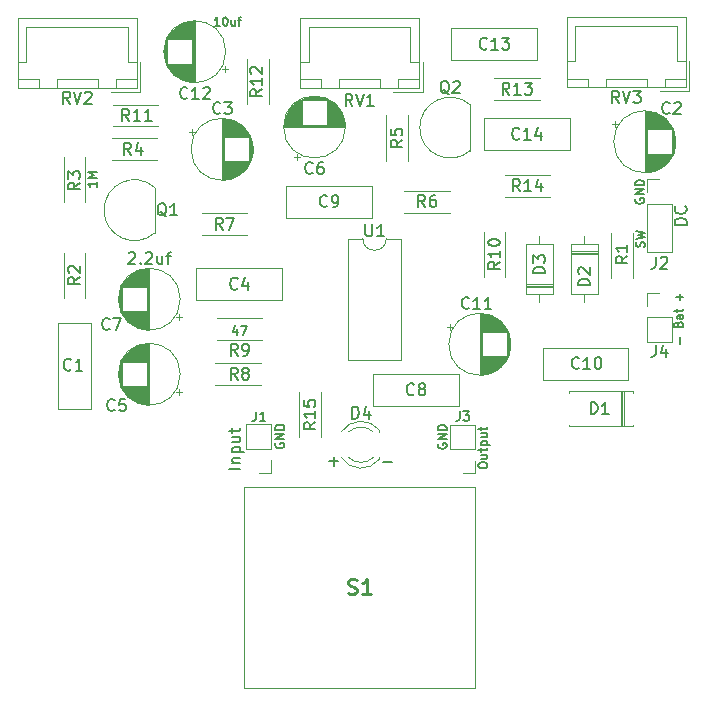
<source format=gbr>
G04 #@! TF.GenerationSoftware,KiCad,Pcbnew,(5.1.2-1)-1*
G04 #@! TF.CreationDate,2019-07-09T09:57:47-07:00*
G04 #@! TF.ProjectId,ProCoRat,50726f43-6f52-4617-942e-6b696361645f,1.0*
G04 #@! TF.SameCoordinates,Original*
G04 #@! TF.FileFunction,Legend,Top*
G04 #@! TF.FilePolarity,Positive*
%FSLAX46Y46*%
G04 Gerber Fmt 4.6, Leading zero omitted, Abs format (unit mm)*
G04 Created by KiCad (PCBNEW (5.1.2-1)-1) date 2019-07-09 09:57:47*
%MOMM*%
%LPD*%
G04 APERTURE LIST*
%ADD10C,0.120000*%
%ADD11C,0.100000*%
%ADD12C,0.150000*%
%ADD13C,0.254000*%
%ADD14C,0.127000*%
G04 APERTURE END LIST*
D10*
X158442500Y-54456500D02*
X158442500Y-48506500D01*
X158442500Y-48506500D02*
X148342500Y-48506500D01*
X148342500Y-48506500D02*
X148342500Y-54456500D01*
X148342500Y-54456500D02*
X158442500Y-54456500D01*
X155142500Y-54456500D02*
X155142500Y-53706500D01*
X155142500Y-53706500D02*
X151642500Y-53706500D01*
X151642500Y-53706500D02*
X151642500Y-54456500D01*
X151642500Y-54456500D02*
X155142500Y-54456500D01*
X158442500Y-54456500D02*
X158442500Y-53706500D01*
X158442500Y-53706500D02*
X156642500Y-53706500D01*
X156642500Y-53706500D02*
X156642500Y-54456500D01*
X156642500Y-54456500D02*
X158442500Y-54456500D01*
X150142500Y-54456500D02*
X150142500Y-53706500D01*
X150142500Y-53706500D02*
X148342500Y-53706500D01*
X148342500Y-53706500D02*
X148342500Y-54456500D01*
X148342500Y-54456500D02*
X150142500Y-54456500D01*
X158442500Y-52206500D02*
X157692500Y-52206500D01*
X157692500Y-52206500D02*
X157692500Y-49256500D01*
X157692500Y-49256500D02*
X153392500Y-49256500D01*
X148342500Y-52206500D02*
X149092500Y-52206500D01*
X149092500Y-52206500D02*
X149092500Y-49256500D01*
X149092500Y-49256500D02*
X153392500Y-49256500D01*
X156242500Y-54756500D02*
X158742500Y-54756500D01*
X158742500Y-54756500D02*
X158742500Y-52256500D01*
X111960500Y-54520000D02*
X111960500Y-48570000D01*
X111960500Y-48570000D02*
X101860500Y-48570000D01*
X101860500Y-48570000D02*
X101860500Y-54520000D01*
X101860500Y-54520000D02*
X111960500Y-54520000D01*
X108660500Y-54520000D02*
X108660500Y-53770000D01*
X108660500Y-53770000D02*
X105160500Y-53770000D01*
X105160500Y-53770000D02*
X105160500Y-54520000D01*
X105160500Y-54520000D02*
X108660500Y-54520000D01*
X111960500Y-54520000D02*
X111960500Y-53770000D01*
X111960500Y-53770000D02*
X110160500Y-53770000D01*
X110160500Y-53770000D02*
X110160500Y-54520000D01*
X110160500Y-54520000D02*
X111960500Y-54520000D01*
X103660500Y-54520000D02*
X103660500Y-53770000D01*
X103660500Y-53770000D02*
X101860500Y-53770000D01*
X101860500Y-53770000D02*
X101860500Y-54520000D01*
X101860500Y-54520000D02*
X103660500Y-54520000D01*
X111960500Y-52270000D02*
X111210500Y-52270000D01*
X111210500Y-52270000D02*
X111210500Y-49320000D01*
X111210500Y-49320000D02*
X106910500Y-49320000D01*
X101860500Y-52270000D02*
X102610500Y-52270000D01*
X102610500Y-52270000D02*
X102610500Y-49320000D01*
X102610500Y-49320000D02*
X106910500Y-49320000D01*
X109760500Y-54820000D02*
X112260500Y-54820000D01*
X112260500Y-54820000D02*
X112260500Y-52320000D01*
X135860000Y-54520000D02*
X135860000Y-48570000D01*
X135860000Y-48570000D02*
X125760000Y-48570000D01*
X125760000Y-48570000D02*
X125760000Y-54520000D01*
X125760000Y-54520000D02*
X135860000Y-54520000D01*
X132560000Y-54520000D02*
X132560000Y-53770000D01*
X132560000Y-53770000D02*
X129060000Y-53770000D01*
X129060000Y-53770000D02*
X129060000Y-54520000D01*
X129060000Y-54520000D02*
X132560000Y-54520000D01*
X135860000Y-54520000D02*
X135860000Y-53770000D01*
X135860000Y-53770000D02*
X134060000Y-53770000D01*
X134060000Y-53770000D02*
X134060000Y-54520000D01*
X134060000Y-54520000D02*
X135860000Y-54520000D01*
X127560000Y-54520000D02*
X127560000Y-53770000D01*
X127560000Y-53770000D02*
X125760000Y-53770000D01*
X125760000Y-53770000D02*
X125760000Y-54520000D01*
X125760000Y-54520000D02*
X127560000Y-54520000D01*
X135860000Y-52270000D02*
X135110000Y-52270000D01*
X135110000Y-52270000D02*
X135110000Y-49320000D01*
X135110000Y-49320000D02*
X130810000Y-49320000D01*
X125760000Y-52270000D02*
X126510000Y-52270000D01*
X126510000Y-52270000D02*
X126510000Y-49320000D01*
X126510000Y-49320000D02*
X130810000Y-49320000D01*
X133660000Y-54820000D02*
X136160000Y-54820000D01*
X136160000Y-54820000D02*
X136160000Y-52320000D01*
D11*
X121010000Y-105274000D02*
X121010000Y-88274000D01*
X140610000Y-105274000D02*
X121010000Y-105274000D01*
X140610000Y-88274000D02*
X140610000Y-105274000D01*
X121010000Y-88274000D02*
X140610000Y-88274000D01*
D10*
X125699000Y-80249000D02*
X125699000Y-84089000D01*
X127539000Y-80249000D02*
X127539000Y-84089000D01*
X132497000Y-83629000D02*
X132497000Y-83473000D01*
X132497000Y-85945000D02*
X132497000Y-85789000D01*
X129895870Y-83629163D02*
G75*
G02X131977961Y-83629000I1041130J-1079837D01*
G01*
X129895870Y-85788837D02*
G75*
G03X131977961Y-85789000I1041130J1079837D01*
G01*
X129264665Y-83630392D02*
G75*
G02X132497000Y-83473484I1672335J-1078608D01*
G01*
X129264665Y-85787608D02*
G75*
G03X132497000Y-85944516I1672335J1078608D01*
G01*
X144930000Y-71370000D02*
X147170000Y-71370000D01*
X144930000Y-71130000D02*
X147170000Y-71130000D01*
X144930000Y-71250000D02*
X147170000Y-71250000D01*
X146050000Y-67080000D02*
X146050000Y-67730000D01*
X146050000Y-72620000D02*
X146050000Y-71970000D01*
X144930000Y-67730000D02*
X144930000Y-71970000D01*
X147170000Y-67730000D02*
X144930000Y-67730000D01*
X147170000Y-71970000D02*
X147170000Y-67730000D01*
X144930000Y-71970000D02*
X147170000Y-71970000D01*
X150980000Y-68330000D02*
X148740000Y-68330000D01*
X150980000Y-68570000D02*
X148740000Y-68570000D01*
X150980000Y-68450000D02*
X148740000Y-68450000D01*
X149860000Y-72620000D02*
X149860000Y-71970000D01*
X149860000Y-67080000D02*
X149860000Y-67730000D01*
X150980000Y-71970000D02*
X150980000Y-67730000D01*
X148740000Y-71970000D02*
X150980000Y-71970000D01*
X148740000Y-67730000D02*
X148740000Y-71970000D01*
X150980000Y-67730000D02*
X148740000Y-67730000D01*
X153197000Y-83131000D02*
X153197000Y-80191000D01*
X152957000Y-83131000D02*
X152957000Y-80191000D01*
X153077000Y-83131000D02*
X153077000Y-80191000D01*
X148537000Y-80191000D02*
X148537000Y-80321000D01*
X153977000Y-80191000D02*
X148537000Y-80191000D01*
X153977000Y-80321000D02*
X153977000Y-80191000D01*
X148537000Y-83131000D02*
X148537000Y-83001000D01*
X153977000Y-83131000D02*
X148537000Y-83131000D01*
X153977000Y-83001000D02*
X153977000Y-83131000D01*
X148614000Y-57050000D02*
X148614000Y-59790000D01*
X141374000Y-57050000D02*
X141374000Y-59790000D01*
X141374000Y-59790000D02*
X148614000Y-59790000D01*
X141374000Y-57050000D02*
X148614000Y-57050000D01*
X145820000Y-49430000D02*
X145820000Y-52170000D01*
X138580000Y-49430000D02*
X138580000Y-52170000D01*
X138580000Y-52170000D02*
X145820000Y-52170000D01*
X138580000Y-49430000D02*
X145820000Y-49430000D01*
X153567000Y-76481000D02*
X153567000Y-79221000D01*
X146327000Y-76481000D02*
X146327000Y-79221000D01*
X146327000Y-79221000D02*
X153567000Y-79221000D01*
X146327000Y-76481000D02*
X153567000Y-76481000D01*
X131850000Y-62765000D02*
X131850000Y-65505000D01*
X124610000Y-62765000D02*
X124610000Y-65505000D01*
X124610000Y-65505000D02*
X131850000Y-65505000D01*
X124610000Y-62765000D02*
X131850000Y-62765000D01*
X139216000Y-78703500D02*
X139216000Y-81443500D01*
X131976000Y-78703500D02*
X131976000Y-81443500D01*
X131976000Y-81443500D02*
X139216000Y-81443500D01*
X131976000Y-78703500D02*
X139216000Y-78703500D01*
X115564775Y-74115000D02*
X115564775Y-73615000D01*
X115814775Y-73865000D02*
X115314775Y-73865000D01*
X110409000Y-72674000D02*
X110409000Y-72106000D01*
X110449000Y-72908000D02*
X110449000Y-71872000D01*
X110489000Y-73067000D02*
X110489000Y-71713000D01*
X110529000Y-73195000D02*
X110529000Y-71585000D01*
X110569000Y-73305000D02*
X110569000Y-71475000D01*
X110609000Y-73401000D02*
X110609000Y-71379000D01*
X110649000Y-73488000D02*
X110649000Y-71292000D01*
X110689000Y-73568000D02*
X110689000Y-71212000D01*
X110729000Y-71350000D02*
X110729000Y-71139000D01*
X110729000Y-73641000D02*
X110729000Y-73430000D01*
X110769000Y-71350000D02*
X110769000Y-71071000D01*
X110769000Y-73709000D02*
X110769000Y-73430000D01*
X110809000Y-71350000D02*
X110809000Y-71007000D01*
X110809000Y-73773000D02*
X110809000Y-73430000D01*
X110849000Y-71350000D02*
X110849000Y-70947000D01*
X110849000Y-73833000D02*
X110849000Y-73430000D01*
X110889000Y-71350000D02*
X110889000Y-70890000D01*
X110889000Y-73890000D02*
X110889000Y-73430000D01*
X110929000Y-71350000D02*
X110929000Y-70836000D01*
X110929000Y-73944000D02*
X110929000Y-73430000D01*
X110969000Y-71350000D02*
X110969000Y-70785000D01*
X110969000Y-73995000D02*
X110969000Y-73430000D01*
X111009000Y-71350000D02*
X111009000Y-70737000D01*
X111009000Y-74043000D02*
X111009000Y-73430000D01*
X111049000Y-71350000D02*
X111049000Y-70691000D01*
X111049000Y-74089000D02*
X111049000Y-73430000D01*
X111089000Y-71350000D02*
X111089000Y-70647000D01*
X111089000Y-74133000D02*
X111089000Y-73430000D01*
X111129000Y-71350000D02*
X111129000Y-70605000D01*
X111129000Y-74175000D02*
X111129000Y-73430000D01*
X111169000Y-71350000D02*
X111169000Y-70564000D01*
X111169000Y-74216000D02*
X111169000Y-73430000D01*
X111209000Y-71350000D02*
X111209000Y-70526000D01*
X111209000Y-74254000D02*
X111209000Y-73430000D01*
X111249000Y-71350000D02*
X111249000Y-70489000D01*
X111249000Y-74291000D02*
X111249000Y-73430000D01*
X111289000Y-71350000D02*
X111289000Y-70453000D01*
X111289000Y-74327000D02*
X111289000Y-73430000D01*
X111329000Y-71350000D02*
X111329000Y-70419000D01*
X111329000Y-74361000D02*
X111329000Y-73430000D01*
X111369000Y-71350000D02*
X111369000Y-70386000D01*
X111369000Y-74394000D02*
X111369000Y-73430000D01*
X111409000Y-71350000D02*
X111409000Y-70355000D01*
X111409000Y-74425000D02*
X111409000Y-73430000D01*
X111449000Y-71350000D02*
X111449000Y-70325000D01*
X111449000Y-74455000D02*
X111449000Y-73430000D01*
X111489000Y-71350000D02*
X111489000Y-70295000D01*
X111489000Y-74485000D02*
X111489000Y-73430000D01*
X111529000Y-71350000D02*
X111529000Y-70268000D01*
X111529000Y-74512000D02*
X111529000Y-73430000D01*
X111569000Y-71350000D02*
X111569000Y-70241000D01*
X111569000Y-74539000D02*
X111569000Y-73430000D01*
X111609000Y-71350000D02*
X111609000Y-70215000D01*
X111609000Y-74565000D02*
X111609000Y-73430000D01*
X111649000Y-71350000D02*
X111649000Y-70190000D01*
X111649000Y-74590000D02*
X111649000Y-73430000D01*
X111689000Y-71350000D02*
X111689000Y-70166000D01*
X111689000Y-74614000D02*
X111689000Y-73430000D01*
X111729000Y-71350000D02*
X111729000Y-70143000D01*
X111729000Y-74637000D02*
X111729000Y-73430000D01*
X111769000Y-71350000D02*
X111769000Y-70122000D01*
X111769000Y-74658000D02*
X111769000Y-73430000D01*
X111809000Y-71350000D02*
X111809000Y-70100000D01*
X111809000Y-74680000D02*
X111809000Y-73430000D01*
X111849000Y-71350000D02*
X111849000Y-70080000D01*
X111849000Y-74700000D02*
X111849000Y-73430000D01*
X111889000Y-71350000D02*
X111889000Y-70061000D01*
X111889000Y-74719000D02*
X111889000Y-73430000D01*
X111929000Y-71350000D02*
X111929000Y-70042000D01*
X111929000Y-74738000D02*
X111929000Y-73430000D01*
X111969000Y-71350000D02*
X111969000Y-70025000D01*
X111969000Y-74755000D02*
X111969000Y-73430000D01*
X112009000Y-71350000D02*
X112009000Y-70008000D01*
X112009000Y-74772000D02*
X112009000Y-73430000D01*
X112049000Y-71350000D02*
X112049000Y-69992000D01*
X112049000Y-74788000D02*
X112049000Y-73430000D01*
X112089000Y-71350000D02*
X112089000Y-69976000D01*
X112089000Y-74804000D02*
X112089000Y-73430000D01*
X112129000Y-71350000D02*
X112129000Y-69962000D01*
X112129000Y-74818000D02*
X112129000Y-73430000D01*
X112169000Y-71350000D02*
X112169000Y-69948000D01*
X112169000Y-74832000D02*
X112169000Y-73430000D01*
X112209000Y-71350000D02*
X112209000Y-69935000D01*
X112209000Y-74845000D02*
X112209000Y-73430000D01*
X112249000Y-71350000D02*
X112249000Y-69922000D01*
X112249000Y-74858000D02*
X112249000Y-73430000D01*
X112289000Y-71350000D02*
X112289000Y-69910000D01*
X112289000Y-74870000D02*
X112289000Y-73430000D01*
X112330000Y-71350000D02*
X112330000Y-69899000D01*
X112330000Y-74881000D02*
X112330000Y-73430000D01*
X112370000Y-71350000D02*
X112370000Y-69889000D01*
X112370000Y-74891000D02*
X112370000Y-73430000D01*
X112410000Y-71350000D02*
X112410000Y-69879000D01*
X112410000Y-74901000D02*
X112410000Y-73430000D01*
X112450000Y-71350000D02*
X112450000Y-69870000D01*
X112450000Y-74910000D02*
X112450000Y-73430000D01*
X112490000Y-71350000D02*
X112490000Y-69862000D01*
X112490000Y-74918000D02*
X112490000Y-73430000D01*
X112530000Y-71350000D02*
X112530000Y-69854000D01*
X112530000Y-74926000D02*
X112530000Y-73430000D01*
X112570000Y-71350000D02*
X112570000Y-69847000D01*
X112570000Y-74933000D02*
X112570000Y-73430000D01*
X112610000Y-71350000D02*
X112610000Y-69840000D01*
X112610000Y-74940000D02*
X112610000Y-73430000D01*
X112650000Y-71350000D02*
X112650000Y-69834000D01*
X112650000Y-74946000D02*
X112650000Y-73430000D01*
X112690000Y-71350000D02*
X112690000Y-69829000D01*
X112690000Y-74951000D02*
X112690000Y-73430000D01*
X112730000Y-71350000D02*
X112730000Y-69825000D01*
X112730000Y-74955000D02*
X112730000Y-73430000D01*
X112770000Y-71350000D02*
X112770000Y-69821000D01*
X112770000Y-74959000D02*
X112770000Y-73430000D01*
X112810000Y-74963000D02*
X112810000Y-69817000D01*
X112850000Y-74966000D02*
X112850000Y-69814000D01*
X112890000Y-74968000D02*
X112890000Y-69812000D01*
X112930000Y-74969000D02*
X112930000Y-69811000D01*
X112970000Y-74970000D02*
X112970000Y-69810000D01*
X113010000Y-74970000D02*
X113010000Y-69810000D01*
X115630000Y-72390000D02*
G75*
G03X115630000Y-72390000I-2620000J0D01*
G01*
X116614725Y-57965000D02*
X116614725Y-58465000D01*
X116364725Y-58215000D02*
X116864725Y-58215000D01*
X121770500Y-59406000D02*
X121770500Y-59974000D01*
X121730500Y-59172000D02*
X121730500Y-60208000D01*
X121690500Y-59013000D02*
X121690500Y-60367000D01*
X121650500Y-58885000D02*
X121650500Y-60495000D01*
X121610500Y-58775000D02*
X121610500Y-60605000D01*
X121570500Y-58679000D02*
X121570500Y-60701000D01*
X121530500Y-58592000D02*
X121530500Y-60788000D01*
X121490500Y-58512000D02*
X121490500Y-60868000D01*
X121450500Y-60730000D02*
X121450500Y-60941000D01*
X121450500Y-58439000D02*
X121450500Y-58650000D01*
X121410500Y-60730000D02*
X121410500Y-61009000D01*
X121410500Y-58371000D02*
X121410500Y-58650000D01*
X121370500Y-60730000D02*
X121370500Y-61073000D01*
X121370500Y-58307000D02*
X121370500Y-58650000D01*
X121330500Y-60730000D02*
X121330500Y-61133000D01*
X121330500Y-58247000D02*
X121330500Y-58650000D01*
X121290500Y-60730000D02*
X121290500Y-61190000D01*
X121290500Y-58190000D02*
X121290500Y-58650000D01*
X121250500Y-60730000D02*
X121250500Y-61244000D01*
X121250500Y-58136000D02*
X121250500Y-58650000D01*
X121210500Y-60730000D02*
X121210500Y-61295000D01*
X121210500Y-58085000D02*
X121210500Y-58650000D01*
X121170500Y-60730000D02*
X121170500Y-61343000D01*
X121170500Y-58037000D02*
X121170500Y-58650000D01*
X121130500Y-60730000D02*
X121130500Y-61389000D01*
X121130500Y-57991000D02*
X121130500Y-58650000D01*
X121090500Y-60730000D02*
X121090500Y-61433000D01*
X121090500Y-57947000D02*
X121090500Y-58650000D01*
X121050500Y-60730000D02*
X121050500Y-61475000D01*
X121050500Y-57905000D02*
X121050500Y-58650000D01*
X121010500Y-60730000D02*
X121010500Y-61516000D01*
X121010500Y-57864000D02*
X121010500Y-58650000D01*
X120970500Y-60730000D02*
X120970500Y-61554000D01*
X120970500Y-57826000D02*
X120970500Y-58650000D01*
X120930500Y-60730000D02*
X120930500Y-61591000D01*
X120930500Y-57789000D02*
X120930500Y-58650000D01*
X120890500Y-60730000D02*
X120890500Y-61627000D01*
X120890500Y-57753000D02*
X120890500Y-58650000D01*
X120850500Y-60730000D02*
X120850500Y-61661000D01*
X120850500Y-57719000D02*
X120850500Y-58650000D01*
X120810500Y-60730000D02*
X120810500Y-61694000D01*
X120810500Y-57686000D02*
X120810500Y-58650000D01*
X120770500Y-60730000D02*
X120770500Y-61725000D01*
X120770500Y-57655000D02*
X120770500Y-58650000D01*
X120730500Y-60730000D02*
X120730500Y-61755000D01*
X120730500Y-57625000D02*
X120730500Y-58650000D01*
X120690500Y-60730000D02*
X120690500Y-61785000D01*
X120690500Y-57595000D02*
X120690500Y-58650000D01*
X120650500Y-60730000D02*
X120650500Y-61812000D01*
X120650500Y-57568000D02*
X120650500Y-58650000D01*
X120610500Y-60730000D02*
X120610500Y-61839000D01*
X120610500Y-57541000D02*
X120610500Y-58650000D01*
X120570500Y-60730000D02*
X120570500Y-61865000D01*
X120570500Y-57515000D02*
X120570500Y-58650000D01*
X120530500Y-60730000D02*
X120530500Y-61890000D01*
X120530500Y-57490000D02*
X120530500Y-58650000D01*
X120490500Y-60730000D02*
X120490500Y-61914000D01*
X120490500Y-57466000D02*
X120490500Y-58650000D01*
X120450500Y-60730000D02*
X120450500Y-61937000D01*
X120450500Y-57443000D02*
X120450500Y-58650000D01*
X120410500Y-60730000D02*
X120410500Y-61958000D01*
X120410500Y-57422000D02*
X120410500Y-58650000D01*
X120370500Y-60730000D02*
X120370500Y-61980000D01*
X120370500Y-57400000D02*
X120370500Y-58650000D01*
X120330500Y-60730000D02*
X120330500Y-62000000D01*
X120330500Y-57380000D02*
X120330500Y-58650000D01*
X120290500Y-60730000D02*
X120290500Y-62019000D01*
X120290500Y-57361000D02*
X120290500Y-58650000D01*
X120250500Y-60730000D02*
X120250500Y-62038000D01*
X120250500Y-57342000D02*
X120250500Y-58650000D01*
X120210500Y-60730000D02*
X120210500Y-62055000D01*
X120210500Y-57325000D02*
X120210500Y-58650000D01*
X120170500Y-60730000D02*
X120170500Y-62072000D01*
X120170500Y-57308000D02*
X120170500Y-58650000D01*
X120130500Y-60730000D02*
X120130500Y-62088000D01*
X120130500Y-57292000D02*
X120130500Y-58650000D01*
X120090500Y-60730000D02*
X120090500Y-62104000D01*
X120090500Y-57276000D02*
X120090500Y-58650000D01*
X120050500Y-60730000D02*
X120050500Y-62118000D01*
X120050500Y-57262000D02*
X120050500Y-58650000D01*
X120010500Y-60730000D02*
X120010500Y-62132000D01*
X120010500Y-57248000D02*
X120010500Y-58650000D01*
X119970500Y-60730000D02*
X119970500Y-62145000D01*
X119970500Y-57235000D02*
X119970500Y-58650000D01*
X119930500Y-60730000D02*
X119930500Y-62158000D01*
X119930500Y-57222000D02*
X119930500Y-58650000D01*
X119890500Y-60730000D02*
X119890500Y-62170000D01*
X119890500Y-57210000D02*
X119890500Y-58650000D01*
X119849500Y-60730000D02*
X119849500Y-62181000D01*
X119849500Y-57199000D02*
X119849500Y-58650000D01*
X119809500Y-60730000D02*
X119809500Y-62191000D01*
X119809500Y-57189000D02*
X119809500Y-58650000D01*
X119769500Y-60730000D02*
X119769500Y-62201000D01*
X119769500Y-57179000D02*
X119769500Y-58650000D01*
X119729500Y-60730000D02*
X119729500Y-62210000D01*
X119729500Y-57170000D02*
X119729500Y-58650000D01*
X119689500Y-60730000D02*
X119689500Y-62218000D01*
X119689500Y-57162000D02*
X119689500Y-58650000D01*
X119649500Y-60730000D02*
X119649500Y-62226000D01*
X119649500Y-57154000D02*
X119649500Y-58650000D01*
X119609500Y-60730000D02*
X119609500Y-62233000D01*
X119609500Y-57147000D02*
X119609500Y-58650000D01*
X119569500Y-60730000D02*
X119569500Y-62240000D01*
X119569500Y-57140000D02*
X119569500Y-58650000D01*
X119529500Y-60730000D02*
X119529500Y-62246000D01*
X119529500Y-57134000D02*
X119529500Y-58650000D01*
X119489500Y-60730000D02*
X119489500Y-62251000D01*
X119489500Y-57129000D02*
X119489500Y-58650000D01*
X119449500Y-60730000D02*
X119449500Y-62255000D01*
X119449500Y-57125000D02*
X119449500Y-58650000D01*
X119409500Y-60730000D02*
X119409500Y-62259000D01*
X119409500Y-57121000D02*
X119409500Y-58650000D01*
X119369500Y-57117000D02*
X119369500Y-62263000D01*
X119329500Y-57114000D02*
X119329500Y-62266000D01*
X119289500Y-57112000D02*
X119289500Y-62268000D01*
X119249500Y-57111000D02*
X119249500Y-62269000D01*
X119209500Y-57110000D02*
X119209500Y-62270000D01*
X119169500Y-57110000D02*
X119169500Y-62270000D01*
X121789500Y-59690000D02*
G75*
G03X121789500Y-59690000I-2620000J0D01*
G01*
X152405225Y-57330000D02*
X152405225Y-57830000D01*
X152155225Y-57580000D02*
X152655225Y-57580000D01*
X157561000Y-58771000D02*
X157561000Y-59339000D01*
X157521000Y-58537000D02*
X157521000Y-59573000D01*
X157481000Y-58378000D02*
X157481000Y-59732000D01*
X157441000Y-58250000D02*
X157441000Y-59860000D01*
X157401000Y-58140000D02*
X157401000Y-59970000D01*
X157361000Y-58044000D02*
X157361000Y-60066000D01*
X157321000Y-57957000D02*
X157321000Y-60153000D01*
X157281000Y-57877000D02*
X157281000Y-60233000D01*
X157241000Y-60095000D02*
X157241000Y-60306000D01*
X157241000Y-57804000D02*
X157241000Y-58015000D01*
X157201000Y-60095000D02*
X157201000Y-60374000D01*
X157201000Y-57736000D02*
X157201000Y-58015000D01*
X157161000Y-60095000D02*
X157161000Y-60438000D01*
X157161000Y-57672000D02*
X157161000Y-58015000D01*
X157121000Y-60095000D02*
X157121000Y-60498000D01*
X157121000Y-57612000D02*
X157121000Y-58015000D01*
X157081000Y-60095000D02*
X157081000Y-60555000D01*
X157081000Y-57555000D02*
X157081000Y-58015000D01*
X157041000Y-60095000D02*
X157041000Y-60609000D01*
X157041000Y-57501000D02*
X157041000Y-58015000D01*
X157001000Y-60095000D02*
X157001000Y-60660000D01*
X157001000Y-57450000D02*
X157001000Y-58015000D01*
X156961000Y-60095000D02*
X156961000Y-60708000D01*
X156961000Y-57402000D02*
X156961000Y-58015000D01*
X156921000Y-60095000D02*
X156921000Y-60754000D01*
X156921000Y-57356000D02*
X156921000Y-58015000D01*
X156881000Y-60095000D02*
X156881000Y-60798000D01*
X156881000Y-57312000D02*
X156881000Y-58015000D01*
X156841000Y-60095000D02*
X156841000Y-60840000D01*
X156841000Y-57270000D02*
X156841000Y-58015000D01*
X156801000Y-60095000D02*
X156801000Y-60881000D01*
X156801000Y-57229000D02*
X156801000Y-58015000D01*
X156761000Y-60095000D02*
X156761000Y-60919000D01*
X156761000Y-57191000D02*
X156761000Y-58015000D01*
X156721000Y-60095000D02*
X156721000Y-60956000D01*
X156721000Y-57154000D02*
X156721000Y-58015000D01*
X156681000Y-60095000D02*
X156681000Y-60992000D01*
X156681000Y-57118000D02*
X156681000Y-58015000D01*
X156641000Y-60095000D02*
X156641000Y-61026000D01*
X156641000Y-57084000D02*
X156641000Y-58015000D01*
X156601000Y-60095000D02*
X156601000Y-61059000D01*
X156601000Y-57051000D02*
X156601000Y-58015000D01*
X156561000Y-60095000D02*
X156561000Y-61090000D01*
X156561000Y-57020000D02*
X156561000Y-58015000D01*
X156521000Y-60095000D02*
X156521000Y-61120000D01*
X156521000Y-56990000D02*
X156521000Y-58015000D01*
X156481000Y-60095000D02*
X156481000Y-61150000D01*
X156481000Y-56960000D02*
X156481000Y-58015000D01*
X156441000Y-60095000D02*
X156441000Y-61177000D01*
X156441000Y-56933000D02*
X156441000Y-58015000D01*
X156401000Y-60095000D02*
X156401000Y-61204000D01*
X156401000Y-56906000D02*
X156401000Y-58015000D01*
X156361000Y-60095000D02*
X156361000Y-61230000D01*
X156361000Y-56880000D02*
X156361000Y-58015000D01*
X156321000Y-60095000D02*
X156321000Y-61255000D01*
X156321000Y-56855000D02*
X156321000Y-58015000D01*
X156281000Y-60095000D02*
X156281000Y-61279000D01*
X156281000Y-56831000D02*
X156281000Y-58015000D01*
X156241000Y-60095000D02*
X156241000Y-61302000D01*
X156241000Y-56808000D02*
X156241000Y-58015000D01*
X156201000Y-60095000D02*
X156201000Y-61323000D01*
X156201000Y-56787000D02*
X156201000Y-58015000D01*
X156161000Y-60095000D02*
X156161000Y-61345000D01*
X156161000Y-56765000D02*
X156161000Y-58015000D01*
X156121000Y-60095000D02*
X156121000Y-61365000D01*
X156121000Y-56745000D02*
X156121000Y-58015000D01*
X156081000Y-60095000D02*
X156081000Y-61384000D01*
X156081000Y-56726000D02*
X156081000Y-58015000D01*
X156041000Y-60095000D02*
X156041000Y-61403000D01*
X156041000Y-56707000D02*
X156041000Y-58015000D01*
X156001000Y-60095000D02*
X156001000Y-61420000D01*
X156001000Y-56690000D02*
X156001000Y-58015000D01*
X155961000Y-60095000D02*
X155961000Y-61437000D01*
X155961000Y-56673000D02*
X155961000Y-58015000D01*
X155921000Y-60095000D02*
X155921000Y-61453000D01*
X155921000Y-56657000D02*
X155921000Y-58015000D01*
X155881000Y-60095000D02*
X155881000Y-61469000D01*
X155881000Y-56641000D02*
X155881000Y-58015000D01*
X155841000Y-60095000D02*
X155841000Y-61483000D01*
X155841000Y-56627000D02*
X155841000Y-58015000D01*
X155801000Y-60095000D02*
X155801000Y-61497000D01*
X155801000Y-56613000D02*
X155801000Y-58015000D01*
X155761000Y-60095000D02*
X155761000Y-61510000D01*
X155761000Y-56600000D02*
X155761000Y-58015000D01*
X155721000Y-60095000D02*
X155721000Y-61523000D01*
X155721000Y-56587000D02*
X155721000Y-58015000D01*
X155681000Y-60095000D02*
X155681000Y-61535000D01*
X155681000Y-56575000D02*
X155681000Y-58015000D01*
X155640000Y-60095000D02*
X155640000Y-61546000D01*
X155640000Y-56564000D02*
X155640000Y-58015000D01*
X155600000Y-60095000D02*
X155600000Y-61556000D01*
X155600000Y-56554000D02*
X155600000Y-58015000D01*
X155560000Y-60095000D02*
X155560000Y-61566000D01*
X155560000Y-56544000D02*
X155560000Y-58015000D01*
X155520000Y-60095000D02*
X155520000Y-61575000D01*
X155520000Y-56535000D02*
X155520000Y-58015000D01*
X155480000Y-60095000D02*
X155480000Y-61583000D01*
X155480000Y-56527000D02*
X155480000Y-58015000D01*
X155440000Y-60095000D02*
X155440000Y-61591000D01*
X155440000Y-56519000D02*
X155440000Y-58015000D01*
X155400000Y-60095000D02*
X155400000Y-61598000D01*
X155400000Y-56512000D02*
X155400000Y-58015000D01*
X155360000Y-60095000D02*
X155360000Y-61605000D01*
X155360000Y-56505000D02*
X155360000Y-58015000D01*
X155320000Y-60095000D02*
X155320000Y-61611000D01*
X155320000Y-56499000D02*
X155320000Y-58015000D01*
X155280000Y-60095000D02*
X155280000Y-61616000D01*
X155280000Y-56494000D02*
X155280000Y-58015000D01*
X155240000Y-60095000D02*
X155240000Y-61620000D01*
X155240000Y-56490000D02*
X155240000Y-58015000D01*
X155200000Y-60095000D02*
X155200000Y-61624000D01*
X155200000Y-56486000D02*
X155200000Y-58015000D01*
X155160000Y-56482000D02*
X155160000Y-61628000D01*
X155120000Y-56479000D02*
X155120000Y-61631000D01*
X155080000Y-56477000D02*
X155080000Y-61633000D01*
X155040000Y-56476000D02*
X155040000Y-61634000D01*
X155000000Y-56475000D02*
X155000000Y-61635000D01*
X154960000Y-56475000D02*
X154960000Y-61635000D01*
X157580000Y-59055000D02*
G75*
G03X157580000Y-59055000I-2620000J0D01*
G01*
X119414775Y-53160000D02*
X119414775Y-52660000D01*
X119664775Y-52910000D02*
X119164775Y-52910000D01*
X114259000Y-51719000D02*
X114259000Y-51151000D01*
X114299000Y-51953000D02*
X114299000Y-50917000D01*
X114339000Y-52112000D02*
X114339000Y-50758000D01*
X114379000Y-52240000D02*
X114379000Y-50630000D01*
X114419000Y-52350000D02*
X114419000Y-50520000D01*
X114459000Y-52446000D02*
X114459000Y-50424000D01*
X114499000Y-52533000D02*
X114499000Y-50337000D01*
X114539000Y-52613000D02*
X114539000Y-50257000D01*
X114579000Y-50395000D02*
X114579000Y-50184000D01*
X114579000Y-52686000D02*
X114579000Y-52475000D01*
X114619000Y-50395000D02*
X114619000Y-50116000D01*
X114619000Y-52754000D02*
X114619000Y-52475000D01*
X114659000Y-50395000D02*
X114659000Y-50052000D01*
X114659000Y-52818000D02*
X114659000Y-52475000D01*
X114699000Y-50395000D02*
X114699000Y-49992000D01*
X114699000Y-52878000D02*
X114699000Y-52475000D01*
X114739000Y-50395000D02*
X114739000Y-49935000D01*
X114739000Y-52935000D02*
X114739000Y-52475000D01*
X114779000Y-50395000D02*
X114779000Y-49881000D01*
X114779000Y-52989000D02*
X114779000Y-52475000D01*
X114819000Y-50395000D02*
X114819000Y-49830000D01*
X114819000Y-53040000D02*
X114819000Y-52475000D01*
X114859000Y-50395000D02*
X114859000Y-49782000D01*
X114859000Y-53088000D02*
X114859000Y-52475000D01*
X114899000Y-50395000D02*
X114899000Y-49736000D01*
X114899000Y-53134000D02*
X114899000Y-52475000D01*
X114939000Y-50395000D02*
X114939000Y-49692000D01*
X114939000Y-53178000D02*
X114939000Y-52475000D01*
X114979000Y-50395000D02*
X114979000Y-49650000D01*
X114979000Y-53220000D02*
X114979000Y-52475000D01*
X115019000Y-50395000D02*
X115019000Y-49609000D01*
X115019000Y-53261000D02*
X115019000Y-52475000D01*
X115059000Y-50395000D02*
X115059000Y-49571000D01*
X115059000Y-53299000D02*
X115059000Y-52475000D01*
X115099000Y-50395000D02*
X115099000Y-49534000D01*
X115099000Y-53336000D02*
X115099000Y-52475000D01*
X115139000Y-50395000D02*
X115139000Y-49498000D01*
X115139000Y-53372000D02*
X115139000Y-52475000D01*
X115179000Y-50395000D02*
X115179000Y-49464000D01*
X115179000Y-53406000D02*
X115179000Y-52475000D01*
X115219000Y-50395000D02*
X115219000Y-49431000D01*
X115219000Y-53439000D02*
X115219000Y-52475000D01*
X115259000Y-50395000D02*
X115259000Y-49400000D01*
X115259000Y-53470000D02*
X115259000Y-52475000D01*
X115299000Y-50395000D02*
X115299000Y-49370000D01*
X115299000Y-53500000D02*
X115299000Y-52475000D01*
X115339000Y-50395000D02*
X115339000Y-49340000D01*
X115339000Y-53530000D02*
X115339000Y-52475000D01*
X115379000Y-50395000D02*
X115379000Y-49313000D01*
X115379000Y-53557000D02*
X115379000Y-52475000D01*
X115419000Y-50395000D02*
X115419000Y-49286000D01*
X115419000Y-53584000D02*
X115419000Y-52475000D01*
X115459000Y-50395000D02*
X115459000Y-49260000D01*
X115459000Y-53610000D02*
X115459000Y-52475000D01*
X115499000Y-50395000D02*
X115499000Y-49235000D01*
X115499000Y-53635000D02*
X115499000Y-52475000D01*
X115539000Y-50395000D02*
X115539000Y-49211000D01*
X115539000Y-53659000D02*
X115539000Y-52475000D01*
X115579000Y-50395000D02*
X115579000Y-49188000D01*
X115579000Y-53682000D02*
X115579000Y-52475000D01*
X115619000Y-50395000D02*
X115619000Y-49167000D01*
X115619000Y-53703000D02*
X115619000Y-52475000D01*
X115659000Y-50395000D02*
X115659000Y-49145000D01*
X115659000Y-53725000D02*
X115659000Y-52475000D01*
X115699000Y-50395000D02*
X115699000Y-49125000D01*
X115699000Y-53745000D02*
X115699000Y-52475000D01*
X115739000Y-50395000D02*
X115739000Y-49106000D01*
X115739000Y-53764000D02*
X115739000Y-52475000D01*
X115779000Y-50395000D02*
X115779000Y-49087000D01*
X115779000Y-53783000D02*
X115779000Y-52475000D01*
X115819000Y-50395000D02*
X115819000Y-49070000D01*
X115819000Y-53800000D02*
X115819000Y-52475000D01*
X115859000Y-50395000D02*
X115859000Y-49053000D01*
X115859000Y-53817000D02*
X115859000Y-52475000D01*
X115899000Y-50395000D02*
X115899000Y-49037000D01*
X115899000Y-53833000D02*
X115899000Y-52475000D01*
X115939000Y-50395000D02*
X115939000Y-49021000D01*
X115939000Y-53849000D02*
X115939000Y-52475000D01*
X115979000Y-50395000D02*
X115979000Y-49007000D01*
X115979000Y-53863000D02*
X115979000Y-52475000D01*
X116019000Y-50395000D02*
X116019000Y-48993000D01*
X116019000Y-53877000D02*
X116019000Y-52475000D01*
X116059000Y-50395000D02*
X116059000Y-48980000D01*
X116059000Y-53890000D02*
X116059000Y-52475000D01*
X116099000Y-50395000D02*
X116099000Y-48967000D01*
X116099000Y-53903000D02*
X116099000Y-52475000D01*
X116139000Y-50395000D02*
X116139000Y-48955000D01*
X116139000Y-53915000D02*
X116139000Y-52475000D01*
X116180000Y-50395000D02*
X116180000Y-48944000D01*
X116180000Y-53926000D02*
X116180000Y-52475000D01*
X116220000Y-50395000D02*
X116220000Y-48934000D01*
X116220000Y-53936000D02*
X116220000Y-52475000D01*
X116260000Y-50395000D02*
X116260000Y-48924000D01*
X116260000Y-53946000D02*
X116260000Y-52475000D01*
X116300000Y-50395000D02*
X116300000Y-48915000D01*
X116300000Y-53955000D02*
X116300000Y-52475000D01*
X116340000Y-50395000D02*
X116340000Y-48907000D01*
X116340000Y-53963000D02*
X116340000Y-52475000D01*
X116380000Y-50395000D02*
X116380000Y-48899000D01*
X116380000Y-53971000D02*
X116380000Y-52475000D01*
X116420000Y-50395000D02*
X116420000Y-48892000D01*
X116420000Y-53978000D02*
X116420000Y-52475000D01*
X116460000Y-50395000D02*
X116460000Y-48885000D01*
X116460000Y-53985000D02*
X116460000Y-52475000D01*
X116500000Y-50395000D02*
X116500000Y-48879000D01*
X116500000Y-53991000D02*
X116500000Y-52475000D01*
X116540000Y-50395000D02*
X116540000Y-48874000D01*
X116540000Y-53996000D02*
X116540000Y-52475000D01*
X116580000Y-50395000D02*
X116580000Y-48870000D01*
X116580000Y-54000000D02*
X116580000Y-52475000D01*
X116620000Y-50395000D02*
X116620000Y-48866000D01*
X116620000Y-54004000D02*
X116620000Y-52475000D01*
X116660000Y-54008000D02*
X116660000Y-48862000D01*
X116700000Y-54011000D02*
X116700000Y-48859000D01*
X116740000Y-54013000D02*
X116740000Y-48857000D01*
X116780000Y-54014000D02*
X116780000Y-48856000D01*
X116820000Y-54015000D02*
X116820000Y-48855000D01*
X116860000Y-54015000D02*
X116860000Y-48855000D01*
X119480000Y-51435000D02*
G75*
G03X119480000Y-51435000I-2620000J0D01*
G01*
X138435225Y-74475000D02*
X138435225Y-74975000D01*
X138185225Y-74725000D02*
X138685225Y-74725000D01*
X143591000Y-75916000D02*
X143591000Y-76484000D01*
X143551000Y-75682000D02*
X143551000Y-76718000D01*
X143511000Y-75523000D02*
X143511000Y-76877000D01*
X143471000Y-75395000D02*
X143471000Y-77005000D01*
X143431000Y-75285000D02*
X143431000Y-77115000D01*
X143391000Y-75189000D02*
X143391000Y-77211000D01*
X143351000Y-75102000D02*
X143351000Y-77298000D01*
X143311000Y-75022000D02*
X143311000Y-77378000D01*
X143271000Y-77240000D02*
X143271000Y-77451000D01*
X143271000Y-74949000D02*
X143271000Y-75160000D01*
X143231000Y-77240000D02*
X143231000Y-77519000D01*
X143231000Y-74881000D02*
X143231000Y-75160000D01*
X143191000Y-77240000D02*
X143191000Y-77583000D01*
X143191000Y-74817000D02*
X143191000Y-75160000D01*
X143151000Y-77240000D02*
X143151000Y-77643000D01*
X143151000Y-74757000D02*
X143151000Y-75160000D01*
X143111000Y-77240000D02*
X143111000Y-77700000D01*
X143111000Y-74700000D02*
X143111000Y-75160000D01*
X143071000Y-77240000D02*
X143071000Y-77754000D01*
X143071000Y-74646000D02*
X143071000Y-75160000D01*
X143031000Y-77240000D02*
X143031000Y-77805000D01*
X143031000Y-74595000D02*
X143031000Y-75160000D01*
X142991000Y-77240000D02*
X142991000Y-77853000D01*
X142991000Y-74547000D02*
X142991000Y-75160000D01*
X142951000Y-77240000D02*
X142951000Y-77899000D01*
X142951000Y-74501000D02*
X142951000Y-75160000D01*
X142911000Y-77240000D02*
X142911000Y-77943000D01*
X142911000Y-74457000D02*
X142911000Y-75160000D01*
X142871000Y-77240000D02*
X142871000Y-77985000D01*
X142871000Y-74415000D02*
X142871000Y-75160000D01*
X142831000Y-77240000D02*
X142831000Y-78026000D01*
X142831000Y-74374000D02*
X142831000Y-75160000D01*
X142791000Y-77240000D02*
X142791000Y-78064000D01*
X142791000Y-74336000D02*
X142791000Y-75160000D01*
X142751000Y-77240000D02*
X142751000Y-78101000D01*
X142751000Y-74299000D02*
X142751000Y-75160000D01*
X142711000Y-77240000D02*
X142711000Y-78137000D01*
X142711000Y-74263000D02*
X142711000Y-75160000D01*
X142671000Y-77240000D02*
X142671000Y-78171000D01*
X142671000Y-74229000D02*
X142671000Y-75160000D01*
X142631000Y-77240000D02*
X142631000Y-78204000D01*
X142631000Y-74196000D02*
X142631000Y-75160000D01*
X142591000Y-77240000D02*
X142591000Y-78235000D01*
X142591000Y-74165000D02*
X142591000Y-75160000D01*
X142551000Y-77240000D02*
X142551000Y-78265000D01*
X142551000Y-74135000D02*
X142551000Y-75160000D01*
X142511000Y-77240000D02*
X142511000Y-78295000D01*
X142511000Y-74105000D02*
X142511000Y-75160000D01*
X142471000Y-77240000D02*
X142471000Y-78322000D01*
X142471000Y-74078000D02*
X142471000Y-75160000D01*
X142431000Y-77240000D02*
X142431000Y-78349000D01*
X142431000Y-74051000D02*
X142431000Y-75160000D01*
X142391000Y-77240000D02*
X142391000Y-78375000D01*
X142391000Y-74025000D02*
X142391000Y-75160000D01*
X142351000Y-77240000D02*
X142351000Y-78400000D01*
X142351000Y-74000000D02*
X142351000Y-75160000D01*
X142311000Y-77240000D02*
X142311000Y-78424000D01*
X142311000Y-73976000D02*
X142311000Y-75160000D01*
X142271000Y-77240000D02*
X142271000Y-78447000D01*
X142271000Y-73953000D02*
X142271000Y-75160000D01*
X142231000Y-77240000D02*
X142231000Y-78468000D01*
X142231000Y-73932000D02*
X142231000Y-75160000D01*
X142191000Y-77240000D02*
X142191000Y-78490000D01*
X142191000Y-73910000D02*
X142191000Y-75160000D01*
X142151000Y-77240000D02*
X142151000Y-78510000D01*
X142151000Y-73890000D02*
X142151000Y-75160000D01*
X142111000Y-77240000D02*
X142111000Y-78529000D01*
X142111000Y-73871000D02*
X142111000Y-75160000D01*
X142071000Y-77240000D02*
X142071000Y-78548000D01*
X142071000Y-73852000D02*
X142071000Y-75160000D01*
X142031000Y-77240000D02*
X142031000Y-78565000D01*
X142031000Y-73835000D02*
X142031000Y-75160000D01*
X141991000Y-77240000D02*
X141991000Y-78582000D01*
X141991000Y-73818000D02*
X141991000Y-75160000D01*
X141951000Y-77240000D02*
X141951000Y-78598000D01*
X141951000Y-73802000D02*
X141951000Y-75160000D01*
X141911000Y-77240000D02*
X141911000Y-78614000D01*
X141911000Y-73786000D02*
X141911000Y-75160000D01*
X141871000Y-77240000D02*
X141871000Y-78628000D01*
X141871000Y-73772000D02*
X141871000Y-75160000D01*
X141831000Y-77240000D02*
X141831000Y-78642000D01*
X141831000Y-73758000D02*
X141831000Y-75160000D01*
X141791000Y-77240000D02*
X141791000Y-78655000D01*
X141791000Y-73745000D02*
X141791000Y-75160000D01*
X141751000Y-77240000D02*
X141751000Y-78668000D01*
X141751000Y-73732000D02*
X141751000Y-75160000D01*
X141711000Y-77240000D02*
X141711000Y-78680000D01*
X141711000Y-73720000D02*
X141711000Y-75160000D01*
X141670000Y-77240000D02*
X141670000Y-78691000D01*
X141670000Y-73709000D02*
X141670000Y-75160000D01*
X141630000Y-77240000D02*
X141630000Y-78701000D01*
X141630000Y-73699000D02*
X141630000Y-75160000D01*
X141590000Y-77240000D02*
X141590000Y-78711000D01*
X141590000Y-73689000D02*
X141590000Y-75160000D01*
X141550000Y-77240000D02*
X141550000Y-78720000D01*
X141550000Y-73680000D02*
X141550000Y-75160000D01*
X141510000Y-77240000D02*
X141510000Y-78728000D01*
X141510000Y-73672000D02*
X141510000Y-75160000D01*
X141470000Y-77240000D02*
X141470000Y-78736000D01*
X141470000Y-73664000D02*
X141470000Y-75160000D01*
X141430000Y-77240000D02*
X141430000Y-78743000D01*
X141430000Y-73657000D02*
X141430000Y-75160000D01*
X141390000Y-77240000D02*
X141390000Y-78750000D01*
X141390000Y-73650000D02*
X141390000Y-75160000D01*
X141350000Y-77240000D02*
X141350000Y-78756000D01*
X141350000Y-73644000D02*
X141350000Y-75160000D01*
X141310000Y-77240000D02*
X141310000Y-78761000D01*
X141310000Y-73639000D02*
X141310000Y-75160000D01*
X141270000Y-77240000D02*
X141270000Y-78765000D01*
X141270000Y-73635000D02*
X141270000Y-75160000D01*
X141230000Y-77240000D02*
X141230000Y-78769000D01*
X141230000Y-73631000D02*
X141230000Y-75160000D01*
X141190000Y-73627000D02*
X141190000Y-78773000D01*
X141150000Y-73624000D02*
X141150000Y-78776000D01*
X141110000Y-73622000D02*
X141110000Y-78778000D01*
X141070000Y-73621000D02*
X141070000Y-78779000D01*
X141030000Y-73620000D02*
X141030000Y-78780000D01*
X140990000Y-73620000D02*
X140990000Y-78780000D01*
X143610000Y-76200000D02*
G75*
G03X143610000Y-76200000I-2620000J0D01*
G01*
X125275000Y-60359775D02*
X125775000Y-60359775D01*
X125525000Y-60609775D02*
X125525000Y-60109775D01*
X126716000Y-55204000D02*
X127284000Y-55204000D01*
X126482000Y-55244000D02*
X127518000Y-55244000D01*
X126323000Y-55284000D02*
X127677000Y-55284000D01*
X126195000Y-55324000D02*
X127805000Y-55324000D01*
X126085000Y-55364000D02*
X127915000Y-55364000D01*
X125989000Y-55404000D02*
X128011000Y-55404000D01*
X125902000Y-55444000D02*
X128098000Y-55444000D01*
X125822000Y-55484000D02*
X128178000Y-55484000D01*
X128040000Y-55524000D02*
X128251000Y-55524000D01*
X125749000Y-55524000D02*
X125960000Y-55524000D01*
X128040000Y-55564000D02*
X128319000Y-55564000D01*
X125681000Y-55564000D02*
X125960000Y-55564000D01*
X128040000Y-55604000D02*
X128383000Y-55604000D01*
X125617000Y-55604000D02*
X125960000Y-55604000D01*
X128040000Y-55644000D02*
X128443000Y-55644000D01*
X125557000Y-55644000D02*
X125960000Y-55644000D01*
X128040000Y-55684000D02*
X128500000Y-55684000D01*
X125500000Y-55684000D02*
X125960000Y-55684000D01*
X128040000Y-55724000D02*
X128554000Y-55724000D01*
X125446000Y-55724000D02*
X125960000Y-55724000D01*
X128040000Y-55764000D02*
X128605000Y-55764000D01*
X125395000Y-55764000D02*
X125960000Y-55764000D01*
X128040000Y-55804000D02*
X128653000Y-55804000D01*
X125347000Y-55804000D02*
X125960000Y-55804000D01*
X128040000Y-55844000D02*
X128699000Y-55844000D01*
X125301000Y-55844000D02*
X125960000Y-55844000D01*
X128040000Y-55884000D02*
X128743000Y-55884000D01*
X125257000Y-55884000D02*
X125960000Y-55884000D01*
X128040000Y-55924000D02*
X128785000Y-55924000D01*
X125215000Y-55924000D02*
X125960000Y-55924000D01*
X128040000Y-55964000D02*
X128826000Y-55964000D01*
X125174000Y-55964000D02*
X125960000Y-55964000D01*
X128040000Y-56004000D02*
X128864000Y-56004000D01*
X125136000Y-56004000D02*
X125960000Y-56004000D01*
X128040000Y-56044000D02*
X128901000Y-56044000D01*
X125099000Y-56044000D02*
X125960000Y-56044000D01*
X128040000Y-56084000D02*
X128937000Y-56084000D01*
X125063000Y-56084000D02*
X125960000Y-56084000D01*
X128040000Y-56124000D02*
X128971000Y-56124000D01*
X125029000Y-56124000D02*
X125960000Y-56124000D01*
X128040000Y-56164000D02*
X129004000Y-56164000D01*
X124996000Y-56164000D02*
X125960000Y-56164000D01*
X128040000Y-56204000D02*
X129035000Y-56204000D01*
X124965000Y-56204000D02*
X125960000Y-56204000D01*
X128040000Y-56244000D02*
X129065000Y-56244000D01*
X124935000Y-56244000D02*
X125960000Y-56244000D01*
X128040000Y-56284000D02*
X129095000Y-56284000D01*
X124905000Y-56284000D02*
X125960000Y-56284000D01*
X128040000Y-56324000D02*
X129122000Y-56324000D01*
X124878000Y-56324000D02*
X125960000Y-56324000D01*
X128040000Y-56364000D02*
X129149000Y-56364000D01*
X124851000Y-56364000D02*
X125960000Y-56364000D01*
X128040000Y-56404000D02*
X129175000Y-56404000D01*
X124825000Y-56404000D02*
X125960000Y-56404000D01*
X128040000Y-56444000D02*
X129200000Y-56444000D01*
X124800000Y-56444000D02*
X125960000Y-56444000D01*
X128040000Y-56484000D02*
X129224000Y-56484000D01*
X124776000Y-56484000D02*
X125960000Y-56484000D01*
X128040000Y-56524000D02*
X129247000Y-56524000D01*
X124753000Y-56524000D02*
X125960000Y-56524000D01*
X128040000Y-56564000D02*
X129268000Y-56564000D01*
X124732000Y-56564000D02*
X125960000Y-56564000D01*
X128040000Y-56604000D02*
X129290000Y-56604000D01*
X124710000Y-56604000D02*
X125960000Y-56604000D01*
X128040000Y-56644000D02*
X129310000Y-56644000D01*
X124690000Y-56644000D02*
X125960000Y-56644000D01*
X128040000Y-56684000D02*
X129329000Y-56684000D01*
X124671000Y-56684000D02*
X125960000Y-56684000D01*
X128040000Y-56724000D02*
X129348000Y-56724000D01*
X124652000Y-56724000D02*
X125960000Y-56724000D01*
X128040000Y-56764000D02*
X129365000Y-56764000D01*
X124635000Y-56764000D02*
X125960000Y-56764000D01*
X128040000Y-56804000D02*
X129382000Y-56804000D01*
X124618000Y-56804000D02*
X125960000Y-56804000D01*
X128040000Y-56844000D02*
X129398000Y-56844000D01*
X124602000Y-56844000D02*
X125960000Y-56844000D01*
X128040000Y-56884000D02*
X129414000Y-56884000D01*
X124586000Y-56884000D02*
X125960000Y-56884000D01*
X128040000Y-56924000D02*
X129428000Y-56924000D01*
X124572000Y-56924000D02*
X125960000Y-56924000D01*
X128040000Y-56964000D02*
X129442000Y-56964000D01*
X124558000Y-56964000D02*
X125960000Y-56964000D01*
X128040000Y-57004000D02*
X129455000Y-57004000D01*
X124545000Y-57004000D02*
X125960000Y-57004000D01*
X128040000Y-57044000D02*
X129468000Y-57044000D01*
X124532000Y-57044000D02*
X125960000Y-57044000D01*
X128040000Y-57084000D02*
X129480000Y-57084000D01*
X124520000Y-57084000D02*
X125960000Y-57084000D01*
X128040000Y-57125000D02*
X129491000Y-57125000D01*
X124509000Y-57125000D02*
X125960000Y-57125000D01*
X128040000Y-57165000D02*
X129501000Y-57165000D01*
X124499000Y-57165000D02*
X125960000Y-57165000D01*
X128040000Y-57205000D02*
X129511000Y-57205000D01*
X124489000Y-57205000D02*
X125960000Y-57205000D01*
X128040000Y-57245000D02*
X129520000Y-57245000D01*
X124480000Y-57245000D02*
X125960000Y-57245000D01*
X128040000Y-57285000D02*
X129528000Y-57285000D01*
X124472000Y-57285000D02*
X125960000Y-57285000D01*
X128040000Y-57325000D02*
X129536000Y-57325000D01*
X124464000Y-57325000D02*
X125960000Y-57325000D01*
X128040000Y-57365000D02*
X129543000Y-57365000D01*
X124457000Y-57365000D02*
X125960000Y-57365000D01*
X128040000Y-57405000D02*
X129550000Y-57405000D01*
X124450000Y-57405000D02*
X125960000Y-57405000D01*
X128040000Y-57445000D02*
X129556000Y-57445000D01*
X124444000Y-57445000D02*
X125960000Y-57445000D01*
X128040000Y-57485000D02*
X129561000Y-57485000D01*
X124439000Y-57485000D02*
X125960000Y-57485000D01*
X128040000Y-57525000D02*
X129565000Y-57525000D01*
X124435000Y-57525000D02*
X125960000Y-57525000D01*
X128040000Y-57565000D02*
X129569000Y-57565000D01*
X124431000Y-57565000D02*
X125960000Y-57565000D01*
X124427000Y-57605000D02*
X129573000Y-57605000D01*
X124424000Y-57645000D02*
X129576000Y-57645000D01*
X124422000Y-57685000D02*
X129578000Y-57685000D01*
X124421000Y-57725000D02*
X129579000Y-57725000D01*
X124420000Y-57765000D02*
X129580000Y-57765000D01*
X124420000Y-57805000D02*
X129580000Y-57805000D01*
X129620000Y-57805000D02*
G75*
G03X129620000Y-57805000I-2620000J0D01*
G01*
X115564775Y-80465000D02*
X115564775Y-79965000D01*
X115814775Y-80215000D02*
X115314775Y-80215000D01*
X110409000Y-79024000D02*
X110409000Y-78456000D01*
X110449000Y-79258000D02*
X110449000Y-78222000D01*
X110489000Y-79417000D02*
X110489000Y-78063000D01*
X110529000Y-79545000D02*
X110529000Y-77935000D01*
X110569000Y-79655000D02*
X110569000Y-77825000D01*
X110609000Y-79751000D02*
X110609000Y-77729000D01*
X110649000Y-79838000D02*
X110649000Y-77642000D01*
X110689000Y-79918000D02*
X110689000Y-77562000D01*
X110729000Y-77700000D02*
X110729000Y-77489000D01*
X110729000Y-79991000D02*
X110729000Y-79780000D01*
X110769000Y-77700000D02*
X110769000Y-77421000D01*
X110769000Y-80059000D02*
X110769000Y-79780000D01*
X110809000Y-77700000D02*
X110809000Y-77357000D01*
X110809000Y-80123000D02*
X110809000Y-79780000D01*
X110849000Y-77700000D02*
X110849000Y-77297000D01*
X110849000Y-80183000D02*
X110849000Y-79780000D01*
X110889000Y-77700000D02*
X110889000Y-77240000D01*
X110889000Y-80240000D02*
X110889000Y-79780000D01*
X110929000Y-77700000D02*
X110929000Y-77186000D01*
X110929000Y-80294000D02*
X110929000Y-79780000D01*
X110969000Y-77700000D02*
X110969000Y-77135000D01*
X110969000Y-80345000D02*
X110969000Y-79780000D01*
X111009000Y-77700000D02*
X111009000Y-77087000D01*
X111009000Y-80393000D02*
X111009000Y-79780000D01*
X111049000Y-77700000D02*
X111049000Y-77041000D01*
X111049000Y-80439000D02*
X111049000Y-79780000D01*
X111089000Y-77700000D02*
X111089000Y-76997000D01*
X111089000Y-80483000D02*
X111089000Y-79780000D01*
X111129000Y-77700000D02*
X111129000Y-76955000D01*
X111129000Y-80525000D02*
X111129000Y-79780000D01*
X111169000Y-77700000D02*
X111169000Y-76914000D01*
X111169000Y-80566000D02*
X111169000Y-79780000D01*
X111209000Y-77700000D02*
X111209000Y-76876000D01*
X111209000Y-80604000D02*
X111209000Y-79780000D01*
X111249000Y-77700000D02*
X111249000Y-76839000D01*
X111249000Y-80641000D02*
X111249000Y-79780000D01*
X111289000Y-77700000D02*
X111289000Y-76803000D01*
X111289000Y-80677000D02*
X111289000Y-79780000D01*
X111329000Y-77700000D02*
X111329000Y-76769000D01*
X111329000Y-80711000D02*
X111329000Y-79780000D01*
X111369000Y-77700000D02*
X111369000Y-76736000D01*
X111369000Y-80744000D02*
X111369000Y-79780000D01*
X111409000Y-77700000D02*
X111409000Y-76705000D01*
X111409000Y-80775000D02*
X111409000Y-79780000D01*
X111449000Y-77700000D02*
X111449000Y-76675000D01*
X111449000Y-80805000D02*
X111449000Y-79780000D01*
X111489000Y-77700000D02*
X111489000Y-76645000D01*
X111489000Y-80835000D02*
X111489000Y-79780000D01*
X111529000Y-77700000D02*
X111529000Y-76618000D01*
X111529000Y-80862000D02*
X111529000Y-79780000D01*
X111569000Y-77700000D02*
X111569000Y-76591000D01*
X111569000Y-80889000D02*
X111569000Y-79780000D01*
X111609000Y-77700000D02*
X111609000Y-76565000D01*
X111609000Y-80915000D02*
X111609000Y-79780000D01*
X111649000Y-77700000D02*
X111649000Y-76540000D01*
X111649000Y-80940000D02*
X111649000Y-79780000D01*
X111689000Y-77700000D02*
X111689000Y-76516000D01*
X111689000Y-80964000D02*
X111689000Y-79780000D01*
X111729000Y-77700000D02*
X111729000Y-76493000D01*
X111729000Y-80987000D02*
X111729000Y-79780000D01*
X111769000Y-77700000D02*
X111769000Y-76472000D01*
X111769000Y-81008000D02*
X111769000Y-79780000D01*
X111809000Y-77700000D02*
X111809000Y-76450000D01*
X111809000Y-81030000D02*
X111809000Y-79780000D01*
X111849000Y-77700000D02*
X111849000Y-76430000D01*
X111849000Y-81050000D02*
X111849000Y-79780000D01*
X111889000Y-77700000D02*
X111889000Y-76411000D01*
X111889000Y-81069000D02*
X111889000Y-79780000D01*
X111929000Y-77700000D02*
X111929000Y-76392000D01*
X111929000Y-81088000D02*
X111929000Y-79780000D01*
X111969000Y-77700000D02*
X111969000Y-76375000D01*
X111969000Y-81105000D02*
X111969000Y-79780000D01*
X112009000Y-77700000D02*
X112009000Y-76358000D01*
X112009000Y-81122000D02*
X112009000Y-79780000D01*
X112049000Y-77700000D02*
X112049000Y-76342000D01*
X112049000Y-81138000D02*
X112049000Y-79780000D01*
X112089000Y-77700000D02*
X112089000Y-76326000D01*
X112089000Y-81154000D02*
X112089000Y-79780000D01*
X112129000Y-77700000D02*
X112129000Y-76312000D01*
X112129000Y-81168000D02*
X112129000Y-79780000D01*
X112169000Y-77700000D02*
X112169000Y-76298000D01*
X112169000Y-81182000D02*
X112169000Y-79780000D01*
X112209000Y-77700000D02*
X112209000Y-76285000D01*
X112209000Y-81195000D02*
X112209000Y-79780000D01*
X112249000Y-77700000D02*
X112249000Y-76272000D01*
X112249000Y-81208000D02*
X112249000Y-79780000D01*
X112289000Y-77700000D02*
X112289000Y-76260000D01*
X112289000Y-81220000D02*
X112289000Y-79780000D01*
X112330000Y-77700000D02*
X112330000Y-76249000D01*
X112330000Y-81231000D02*
X112330000Y-79780000D01*
X112370000Y-77700000D02*
X112370000Y-76239000D01*
X112370000Y-81241000D02*
X112370000Y-79780000D01*
X112410000Y-77700000D02*
X112410000Y-76229000D01*
X112410000Y-81251000D02*
X112410000Y-79780000D01*
X112450000Y-77700000D02*
X112450000Y-76220000D01*
X112450000Y-81260000D02*
X112450000Y-79780000D01*
X112490000Y-77700000D02*
X112490000Y-76212000D01*
X112490000Y-81268000D02*
X112490000Y-79780000D01*
X112530000Y-77700000D02*
X112530000Y-76204000D01*
X112530000Y-81276000D02*
X112530000Y-79780000D01*
X112570000Y-77700000D02*
X112570000Y-76197000D01*
X112570000Y-81283000D02*
X112570000Y-79780000D01*
X112610000Y-77700000D02*
X112610000Y-76190000D01*
X112610000Y-81290000D02*
X112610000Y-79780000D01*
X112650000Y-77700000D02*
X112650000Y-76184000D01*
X112650000Y-81296000D02*
X112650000Y-79780000D01*
X112690000Y-77700000D02*
X112690000Y-76179000D01*
X112690000Y-81301000D02*
X112690000Y-79780000D01*
X112730000Y-77700000D02*
X112730000Y-76175000D01*
X112730000Y-81305000D02*
X112730000Y-79780000D01*
X112770000Y-77700000D02*
X112770000Y-76171000D01*
X112770000Y-81309000D02*
X112770000Y-79780000D01*
X112810000Y-81313000D02*
X112810000Y-76167000D01*
X112850000Y-81316000D02*
X112850000Y-76164000D01*
X112890000Y-81318000D02*
X112890000Y-76162000D01*
X112930000Y-81319000D02*
X112930000Y-76161000D01*
X112970000Y-81320000D02*
X112970000Y-76160000D01*
X113010000Y-81320000D02*
X113010000Y-76160000D01*
X115630000Y-78740000D02*
G75*
G03X115630000Y-78740000I-2620000J0D01*
G01*
X124230000Y-69750000D02*
X124230000Y-72490000D01*
X116990000Y-69750000D02*
X116990000Y-72490000D01*
X116990000Y-72490000D02*
X124230000Y-72490000D01*
X116990000Y-69750000D02*
X124230000Y-69750000D01*
X108050000Y-81685000D02*
X105310000Y-81685000D01*
X108050000Y-74445000D02*
X105310000Y-74445000D01*
X105310000Y-74445000D02*
X105310000Y-81685000D01*
X108050000Y-74445000D02*
X108050000Y-81685000D01*
X140633000Y-87134000D02*
X139573000Y-87134000D01*
X140633000Y-86074000D02*
X140633000Y-87134000D01*
X140633000Y-85074000D02*
X138513000Y-85074000D01*
X138513000Y-85074000D02*
X138513000Y-83014000D01*
X140633000Y-85074000D02*
X140633000Y-83014000D01*
X140633000Y-83014000D02*
X138513000Y-83014000D01*
X123361000Y-87102500D02*
X122301000Y-87102500D01*
X123361000Y-86042500D02*
X123361000Y-87102500D01*
X123361000Y-85042500D02*
X121241000Y-85042500D01*
X121241000Y-85042500D02*
X121241000Y-82982500D01*
X123361000Y-85042500D02*
X123361000Y-82982500D01*
X123361000Y-82982500D02*
X121241000Y-82982500D01*
X105760000Y-68438000D02*
X105760000Y-72278000D01*
X107600000Y-68438000D02*
X107600000Y-72278000D01*
X134330000Y-67250000D02*
X133080000Y-67250000D01*
X134330000Y-77530000D02*
X134330000Y-67250000D01*
X129830000Y-77530000D02*
X134330000Y-77530000D01*
X129830000Y-67250000D02*
X129830000Y-77530000D01*
X131080000Y-67250000D02*
X129830000Y-67250000D01*
X133080000Y-67250000D02*
G75*
G02X131080000Y-67250000I-1000000J0D01*
G01*
X146954000Y-61881500D02*
X143114000Y-61881500D01*
X146954000Y-63721500D02*
X143114000Y-63721500D01*
X146065000Y-53690000D02*
X142225000Y-53690000D01*
X146065000Y-55530000D02*
X142225000Y-55530000D01*
X123157500Y-55895000D02*
X123157500Y-52055000D01*
X121317500Y-55895000D02*
X121317500Y-52055000D01*
X109903500Y-57752500D02*
X113743500Y-57752500D01*
X109903500Y-55912500D02*
X113743500Y-55912500D01*
X143160000Y-70500000D02*
X143160000Y-66660000D01*
X141320000Y-70500000D02*
X141320000Y-66660000D01*
X118730000Y-75850000D02*
X122570000Y-75850000D01*
X118730000Y-74010000D02*
X122570000Y-74010000D01*
X118603000Y-79660000D02*
X122443000Y-79660000D01*
X118603000Y-77820000D02*
X122443000Y-77820000D01*
X117460000Y-66960000D02*
X121300000Y-66960000D01*
X117460000Y-65120000D02*
X121300000Y-65120000D01*
X138445000Y-63215000D02*
X134605000Y-63215000D01*
X138445000Y-65055000D02*
X134605000Y-65055000D01*
X134905000Y-60657500D02*
X134905000Y-56817500D01*
X133065000Y-60657500D02*
X133065000Y-56817500D01*
X109840000Y-60610000D02*
X113680000Y-60610000D01*
X109840000Y-58770000D02*
X113680000Y-58770000D01*
X105760000Y-60310000D02*
X105760000Y-64150000D01*
X107600000Y-60310000D02*
X107600000Y-64150000D01*
X153955000Y-70627000D02*
X153955000Y-66787000D01*
X152115000Y-70627000D02*
X152115000Y-66787000D01*
X140183622Y-55916389D02*
G75*
G03X140193500Y-59805000I-1690122J-1948611D01*
G01*
X140193500Y-59805000D02*
X140193500Y-55955000D01*
X113450122Y-62901389D02*
G75*
G03X113460000Y-66790000I-1690122J-1948611D01*
G01*
X113460000Y-66790000D02*
X113460000Y-62940000D01*
X155150000Y-71870000D02*
X156210000Y-71870000D01*
X155150000Y-72930000D02*
X155150000Y-71870000D01*
X155150000Y-73930000D02*
X157270000Y-73930000D01*
X157270000Y-73930000D02*
X157270000Y-75990000D01*
X155150000Y-73930000D02*
X155150000Y-75990000D01*
X155150000Y-75990000D02*
X157270000Y-75990000D01*
X155150000Y-62250000D02*
X156210000Y-62250000D01*
X155150000Y-63310000D02*
X155150000Y-62250000D01*
X155150000Y-64310000D02*
X157270000Y-64310000D01*
X157270000Y-64310000D02*
X157270000Y-68370000D01*
X155150000Y-64310000D02*
X155150000Y-68370000D01*
X155150000Y-68370000D02*
X157270000Y-68370000D01*
D12*
X152797261Y-55760880D02*
X152463928Y-55284690D01*
X152225833Y-55760880D02*
X152225833Y-54760880D01*
X152606785Y-54760880D01*
X152702023Y-54808500D01*
X152749642Y-54856119D01*
X152797261Y-54951357D01*
X152797261Y-55094214D01*
X152749642Y-55189452D01*
X152702023Y-55237071D01*
X152606785Y-55284690D01*
X152225833Y-55284690D01*
X153082976Y-54760880D02*
X153416309Y-55760880D01*
X153749642Y-54760880D01*
X153987738Y-54760880D02*
X154606785Y-54760880D01*
X154273452Y-55141833D01*
X154416309Y-55141833D01*
X154511547Y-55189452D01*
X154559166Y-55237071D01*
X154606785Y-55332309D01*
X154606785Y-55570404D01*
X154559166Y-55665642D01*
X154511547Y-55713261D01*
X154416309Y-55760880D01*
X154130595Y-55760880D01*
X154035357Y-55713261D01*
X153987738Y-55665642D01*
X106315261Y-55824380D02*
X105981928Y-55348190D01*
X105743833Y-55824380D02*
X105743833Y-54824380D01*
X106124785Y-54824380D01*
X106220023Y-54872000D01*
X106267642Y-54919619D01*
X106315261Y-55014857D01*
X106315261Y-55157714D01*
X106267642Y-55252952D01*
X106220023Y-55300571D01*
X106124785Y-55348190D01*
X105743833Y-55348190D01*
X106600976Y-54824380D02*
X106934309Y-55824380D01*
X107267642Y-54824380D01*
X107553357Y-54919619D02*
X107600976Y-54872000D01*
X107696214Y-54824380D01*
X107934309Y-54824380D01*
X108029547Y-54872000D01*
X108077166Y-54919619D01*
X108124785Y-55014857D01*
X108124785Y-55110095D01*
X108077166Y-55252952D01*
X107505738Y-55824380D01*
X108124785Y-55824380D01*
X130214761Y-56022380D02*
X129881428Y-55546190D01*
X129643333Y-56022380D02*
X129643333Y-55022380D01*
X130024285Y-55022380D01*
X130119523Y-55070000D01*
X130167142Y-55117619D01*
X130214761Y-55212857D01*
X130214761Y-55355714D01*
X130167142Y-55450952D01*
X130119523Y-55498571D01*
X130024285Y-55546190D01*
X129643333Y-55546190D01*
X130500476Y-55022380D02*
X130833809Y-56022380D01*
X131167142Y-55022380D01*
X132024285Y-56022380D02*
X131452857Y-56022380D01*
X131738571Y-56022380D02*
X131738571Y-55022380D01*
X131643333Y-55165238D01*
X131548095Y-55260476D01*
X131452857Y-55308095D01*
D13*
X129842380Y-97288047D02*
X130023809Y-97348523D01*
X130326190Y-97348523D01*
X130447142Y-97288047D01*
X130507619Y-97227571D01*
X130568095Y-97106619D01*
X130568095Y-96985666D01*
X130507619Y-96864714D01*
X130447142Y-96804238D01*
X130326190Y-96743761D01*
X130084285Y-96683285D01*
X129963333Y-96622809D01*
X129902857Y-96562333D01*
X129842380Y-96441380D01*
X129842380Y-96320428D01*
X129902857Y-96199476D01*
X129963333Y-96139000D01*
X130084285Y-96078523D01*
X130386666Y-96078523D01*
X130568095Y-96139000D01*
X131777619Y-97348523D02*
X131051904Y-97348523D01*
X131414761Y-97348523D02*
X131414761Y-96078523D01*
X131293809Y-96259952D01*
X131172857Y-96380904D01*
X131051904Y-96441380D01*
D12*
X127071380Y-82811857D02*
X126595190Y-83145190D01*
X127071380Y-83383285D02*
X126071380Y-83383285D01*
X126071380Y-83002333D01*
X126119000Y-82907095D01*
X126166619Y-82859476D01*
X126261857Y-82811857D01*
X126404714Y-82811857D01*
X126499952Y-82859476D01*
X126547571Y-82907095D01*
X126595190Y-83002333D01*
X126595190Y-83383285D01*
X127071380Y-81859476D02*
X127071380Y-82430904D01*
X127071380Y-82145190D02*
X126071380Y-82145190D01*
X126214238Y-82240428D01*
X126309476Y-82335666D01*
X126357095Y-82430904D01*
X126071380Y-80954714D02*
X126071380Y-81430904D01*
X126547571Y-81478523D01*
X126499952Y-81430904D01*
X126452333Y-81335666D01*
X126452333Y-81097571D01*
X126499952Y-81002333D01*
X126547571Y-80954714D01*
X126642809Y-80907095D01*
X126880904Y-80907095D01*
X126976142Y-80954714D01*
X127023761Y-81002333D01*
X127071380Y-81097571D01*
X127071380Y-81335666D01*
X127023761Y-81430904D01*
X126976142Y-81478523D01*
X130198904Y-82494380D02*
X130198904Y-81494380D01*
X130437000Y-81494380D01*
X130579857Y-81542000D01*
X130675095Y-81637238D01*
X130722714Y-81732476D01*
X130770333Y-81922952D01*
X130770333Y-82065809D01*
X130722714Y-82256285D01*
X130675095Y-82351523D01*
X130579857Y-82446761D01*
X130437000Y-82494380D01*
X130198904Y-82494380D01*
X131627476Y-81827714D02*
X131627476Y-82494380D01*
X131389380Y-81446761D02*
X131151285Y-82161047D01*
X131770333Y-82161047D01*
X128270047Y-86113928D02*
X129031952Y-86113928D01*
X128651000Y-86494880D02*
X128651000Y-85732976D01*
X132778547Y-86177428D02*
X133540452Y-86177428D01*
X146502380Y-70207095D02*
X145502380Y-70207095D01*
X145502380Y-69969000D01*
X145550000Y-69826142D01*
X145645238Y-69730904D01*
X145740476Y-69683285D01*
X145930952Y-69635666D01*
X146073809Y-69635666D01*
X146264285Y-69683285D01*
X146359523Y-69730904D01*
X146454761Y-69826142D01*
X146502380Y-69969000D01*
X146502380Y-70207095D01*
X145502380Y-69302333D02*
X145502380Y-68683285D01*
X145883333Y-69016619D01*
X145883333Y-68873761D01*
X145930952Y-68778523D01*
X145978571Y-68730904D01*
X146073809Y-68683285D01*
X146311904Y-68683285D01*
X146407142Y-68730904D01*
X146454761Y-68778523D01*
X146502380Y-68873761D01*
X146502380Y-69159476D01*
X146454761Y-69254714D01*
X146407142Y-69302333D01*
X150312380Y-71223095D02*
X149312380Y-71223095D01*
X149312380Y-70985000D01*
X149360000Y-70842142D01*
X149455238Y-70746904D01*
X149550476Y-70699285D01*
X149740952Y-70651666D01*
X149883809Y-70651666D01*
X150074285Y-70699285D01*
X150169523Y-70746904D01*
X150264761Y-70842142D01*
X150312380Y-70985000D01*
X150312380Y-71223095D01*
X149407619Y-70270714D02*
X149360000Y-70223095D01*
X149312380Y-70127857D01*
X149312380Y-69889761D01*
X149360000Y-69794523D01*
X149407619Y-69746904D01*
X149502857Y-69699285D01*
X149598095Y-69699285D01*
X149740952Y-69746904D01*
X150312380Y-70318333D01*
X150312380Y-69699285D01*
X150391904Y-82113380D02*
X150391904Y-81113380D01*
X150630000Y-81113380D01*
X150772857Y-81161000D01*
X150868095Y-81256238D01*
X150915714Y-81351476D01*
X150963333Y-81541952D01*
X150963333Y-81684809D01*
X150915714Y-81875285D01*
X150868095Y-81970523D01*
X150772857Y-82065761D01*
X150630000Y-82113380D01*
X150391904Y-82113380D01*
X151915714Y-82113380D02*
X151344285Y-82113380D01*
X151630000Y-82113380D02*
X151630000Y-81113380D01*
X151534761Y-81256238D01*
X151439523Y-81351476D01*
X151344285Y-81399095D01*
X144351142Y-58777142D02*
X144303523Y-58824761D01*
X144160666Y-58872380D01*
X144065428Y-58872380D01*
X143922571Y-58824761D01*
X143827333Y-58729523D01*
X143779714Y-58634285D01*
X143732095Y-58443809D01*
X143732095Y-58300952D01*
X143779714Y-58110476D01*
X143827333Y-58015238D01*
X143922571Y-57920000D01*
X144065428Y-57872380D01*
X144160666Y-57872380D01*
X144303523Y-57920000D01*
X144351142Y-57967619D01*
X145303523Y-58872380D02*
X144732095Y-58872380D01*
X145017809Y-58872380D02*
X145017809Y-57872380D01*
X144922571Y-58015238D01*
X144827333Y-58110476D01*
X144732095Y-58158095D01*
X146160666Y-58205714D02*
X146160666Y-58872380D01*
X145922571Y-57824761D02*
X145684476Y-58539047D01*
X146303523Y-58539047D01*
X141597142Y-51157142D02*
X141549523Y-51204761D01*
X141406666Y-51252380D01*
X141311428Y-51252380D01*
X141168571Y-51204761D01*
X141073333Y-51109523D01*
X141025714Y-51014285D01*
X140978095Y-50823809D01*
X140978095Y-50680952D01*
X141025714Y-50490476D01*
X141073333Y-50395238D01*
X141168571Y-50300000D01*
X141311428Y-50252380D01*
X141406666Y-50252380D01*
X141549523Y-50300000D01*
X141597142Y-50347619D01*
X142549523Y-51252380D02*
X141978095Y-51252380D01*
X142263809Y-51252380D02*
X142263809Y-50252380D01*
X142168571Y-50395238D01*
X142073333Y-50490476D01*
X141978095Y-50538095D01*
X142882857Y-50252380D02*
X143501904Y-50252380D01*
X143168571Y-50633333D01*
X143311428Y-50633333D01*
X143406666Y-50680952D01*
X143454285Y-50728571D01*
X143501904Y-50823809D01*
X143501904Y-51061904D01*
X143454285Y-51157142D01*
X143406666Y-51204761D01*
X143311428Y-51252380D01*
X143025714Y-51252380D01*
X142930476Y-51204761D01*
X142882857Y-51157142D01*
X149391142Y-78208142D02*
X149343523Y-78255761D01*
X149200666Y-78303380D01*
X149105428Y-78303380D01*
X148962571Y-78255761D01*
X148867333Y-78160523D01*
X148819714Y-78065285D01*
X148772095Y-77874809D01*
X148772095Y-77731952D01*
X148819714Y-77541476D01*
X148867333Y-77446238D01*
X148962571Y-77351000D01*
X149105428Y-77303380D01*
X149200666Y-77303380D01*
X149343523Y-77351000D01*
X149391142Y-77398619D01*
X150343523Y-78303380D02*
X149772095Y-78303380D01*
X150057809Y-78303380D02*
X150057809Y-77303380D01*
X149962571Y-77446238D01*
X149867333Y-77541476D01*
X149772095Y-77589095D01*
X150962571Y-77303380D02*
X151057809Y-77303380D01*
X151153047Y-77351000D01*
X151200666Y-77398619D01*
X151248285Y-77493857D01*
X151295904Y-77684333D01*
X151295904Y-77922428D01*
X151248285Y-78112904D01*
X151200666Y-78208142D01*
X151153047Y-78255761D01*
X151057809Y-78303380D01*
X150962571Y-78303380D01*
X150867333Y-78255761D01*
X150819714Y-78208142D01*
X150772095Y-78112904D01*
X150724476Y-77922428D01*
X150724476Y-77684333D01*
X150772095Y-77493857D01*
X150819714Y-77398619D01*
X150867333Y-77351000D01*
X150962571Y-77303380D01*
X128063333Y-64492142D02*
X128015714Y-64539761D01*
X127872857Y-64587380D01*
X127777619Y-64587380D01*
X127634761Y-64539761D01*
X127539523Y-64444523D01*
X127491904Y-64349285D01*
X127444285Y-64158809D01*
X127444285Y-64015952D01*
X127491904Y-63825476D01*
X127539523Y-63730238D01*
X127634761Y-63635000D01*
X127777619Y-63587380D01*
X127872857Y-63587380D01*
X128015714Y-63635000D01*
X128063333Y-63682619D01*
X128539523Y-64587380D02*
X128730000Y-64587380D01*
X128825238Y-64539761D01*
X128872857Y-64492142D01*
X128968095Y-64349285D01*
X129015714Y-64158809D01*
X129015714Y-63777857D01*
X128968095Y-63682619D01*
X128920476Y-63635000D01*
X128825238Y-63587380D01*
X128634761Y-63587380D01*
X128539523Y-63635000D01*
X128491904Y-63682619D01*
X128444285Y-63777857D01*
X128444285Y-64015952D01*
X128491904Y-64111190D01*
X128539523Y-64158809D01*
X128634761Y-64206428D01*
X128825238Y-64206428D01*
X128920476Y-64158809D01*
X128968095Y-64111190D01*
X129015714Y-64015952D01*
X135429333Y-80430642D02*
X135381714Y-80478261D01*
X135238857Y-80525880D01*
X135143619Y-80525880D01*
X135000761Y-80478261D01*
X134905523Y-80383023D01*
X134857904Y-80287785D01*
X134810285Y-80097309D01*
X134810285Y-79954452D01*
X134857904Y-79763976D01*
X134905523Y-79668738D01*
X135000761Y-79573500D01*
X135143619Y-79525880D01*
X135238857Y-79525880D01*
X135381714Y-79573500D01*
X135429333Y-79621119D01*
X136000761Y-79954452D02*
X135905523Y-79906833D01*
X135857904Y-79859214D01*
X135810285Y-79763976D01*
X135810285Y-79716357D01*
X135857904Y-79621119D01*
X135905523Y-79573500D01*
X136000761Y-79525880D01*
X136191238Y-79525880D01*
X136286476Y-79573500D01*
X136334095Y-79621119D01*
X136381714Y-79716357D01*
X136381714Y-79763976D01*
X136334095Y-79859214D01*
X136286476Y-79906833D01*
X136191238Y-79954452D01*
X136000761Y-79954452D01*
X135905523Y-80002071D01*
X135857904Y-80049690D01*
X135810285Y-80144928D01*
X135810285Y-80335404D01*
X135857904Y-80430642D01*
X135905523Y-80478261D01*
X136000761Y-80525880D01*
X136191238Y-80525880D01*
X136286476Y-80478261D01*
X136334095Y-80430642D01*
X136381714Y-80335404D01*
X136381714Y-80144928D01*
X136334095Y-80049690D01*
X136286476Y-80002071D01*
X136191238Y-79954452D01*
X109648333Y-74906142D02*
X109600714Y-74953761D01*
X109457857Y-75001380D01*
X109362619Y-75001380D01*
X109219761Y-74953761D01*
X109124523Y-74858523D01*
X109076904Y-74763285D01*
X109029285Y-74572809D01*
X109029285Y-74429952D01*
X109076904Y-74239476D01*
X109124523Y-74144238D01*
X109219761Y-74049000D01*
X109362619Y-74001380D01*
X109457857Y-74001380D01*
X109600714Y-74049000D01*
X109648333Y-74096619D01*
X109981666Y-74001380D02*
X110648333Y-74001380D01*
X110219761Y-75001380D01*
X111271904Y-68508619D02*
X111319523Y-68461000D01*
X111414761Y-68413380D01*
X111652857Y-68413380D01*
X111748095Y-68461000D01*
X111795714Y-68508619D01*
X111843333Y-68603857D01*
X111843333Y-68699095D01*
X111795714Y-68841952D01*
X111224285Y-69413380D01*
X111843333Y-69413380D01*
X112271904Y-69318142D02*
X112319523Y-69365761D01*
X112271904Y-69413380D01*
X112224285Y-69365761D01*
X112271904Y-69318142D01*
X112271904Y-69413380D01*
X112700476Y-68508619D02*
X112748095Y-68461000D01*
X112843333Y-68413380D01*
X113081428Y-68413380D01*
X113176666Y-68461000D01*
X113224285Y-68508619D01*
X113271904Y-68603857D01*
X113271904Y-68699095D01*
X113224285Y-68841952D01*
X112652857Y-69413380D01*
X113271904Y-69413380D01*
X114129047Y-68746714D02*
X114129047Y-69413380D01*
X113700476Y-68746714D02*
X113700476Y-69270523D01*
X113748095Y-69365761D01*
X113843333Y-69413380D01*
X113986190Y-69413380D01*
X114081428Y-69365761D01*
X114129047Y-69318142D01*
X114462380Y-68746714D02*
X114843333Y-68746714D01*
X114605238Y-69413380D02*
X114605238Y-68556238D01*
X114652857Y-68461000D01*
X114748095Y-68413380D01*
X114843333Y-68413380D01*
X119022833Y-56618142D02*
X118975214Y-56665761D01*
X118832357Y-56713380D01*
X118737119Y-56713380D01*
X118594261Y-56665761D01*
X118499023Y-56570523D01*
X118451404Y-56475285D01*
X118403785Y-56284809D01*
X118403785Y-56141952D01*
X118451404Y-55951476D01*
X118499023Y-55856238D01*
X118594261Y-55761000D01*
X118737119Y-55713380D01*
X118832357Y-55713380D01*
X118975214Y-55761000D01*
X119022833Y-55808619D01*
X119356166Y-55713380D02*
X119975214Y-55713380D01*
X119641880Y-56094333D01*
X119784738Y-56094333D01*
X119879976Y-56141952D01*
X119927595Y-56189571D01*
X119975214Y-56284809D01*
X119975214Y-56522904D01*
X119927595Y-56618142D01*
X119879976Y-56665761D01*
X119784738Y-56713380D01*
X119499023Y-56713380D01*
X119403785Y-56665761D01*
X119356166Y-56618142D01*
X157059333Y-56618142D02*
X157011714Y-56665761D01*
X156868857Y-56713380D01*
X156773619Y-56713380D01*
X156630761Y-56665761D01*
X156535523Y-56570523D01*
X156487904Y-56475285D01*
X156440285Y-56284809D01*
X156440285Y-56141952D01*
X156487904Y-55951476D01*
X156535523Y-55856238D01*
X156630761Y-55761000D01*
X156773619Y-55713380D01*
X156868857Y-55713380D01*
X157011714Y-55761000D01*
X157059333Y-55808619D01*
X157440285Y-55808619D02*
X157487904Y-55761000D01*
X157583142Y-55713380D01*
X157821238Y-55713380D01*
X157916476Y-55761000D01*
X157964095Y-55808619D01*
X158011714Y-55903857D01*
X158011714Y-55999095D01*
X157964095Y-56141952D01*
X157392666Y-56713380D01*
X158011714Y-56713380D01*
X116237142Y-55348142D02*
X116189523Y-55395761D01*
X116046666Y-55443380D01*
X115951428Y-55443380D01*
X115808571Y-55395761D01*
X115713333Y-55300523D01*
X115665714Y-55205285D01*
X115618095Y-55014809D01*
X115618095Y-54871952D01*
X115665714Y-54681476D01*
X115713333Y-54586238D01*
X115808571Y-54491000D01*
X115951428Y-54443380D01*
X116046666Y-54443380D01*
X116189523Y-54491000D01*
X116237142Y-54538619D01*
X117189523Y-55443380D02*
X116618095Y-55443380D01*
X116903809Y-55443380D02*
X116903809Y-54443380D01*
X116808571Y-54586238D01*
X116713333Y-54681476D01*
X116618095Y-54729095D01*
X117570476Y-54538619D02*
X117618095Y-54491000D01*
X117713333Y-54443380D01*
X117951428Y-54443380D01*
X118046666Y-54491000D01*
X118094285Y-54538619D01*
X118141904Y-54633857D01*
X118141904Y-54729095D01*
X118094285Y-54871952D01*
X117522857Y-55443380D01*
X118141904Y-55443380D01*
D14*
X118973600Y-49216733D02*
X118567200Y-49216733D01*
X118770400Y-49216733D02*
X118770400Y-48505533D01*
X118702666Y-48607133D01*
X118634933Y-48674866D01*
X118567200Y-48708733D01*
X119413866Y-48505533D02*
X119481600Y-48505533D01*
X119549333Y-48539400D01*
X119583200Y-48573266D01*
X119617066Y-48641000D01*
X119650933Y-48776466D01*
X119650933Y-48945800D01*
X119617066Y-49081266D01*
X119583200Y-49149000D01*
X119549333Y-49182866D01*
X119481600Y-49216733D01*
X119413866Y-49216733D01*
X119346133Y-49182866D01*
X119312266Y-49149000D01*
X119278400Y-49081266D01*
X119244533Y-48945800D01*
X119244533Y-48776466D01*
X119278400Y-48641000D01*
X119312266Y-48573266D01*
X119346133Y-48539400D01*
X119413866Y-48505533D01*
X120260533Y-48742600D02*
X120260533Y-49216733D01*
X119955733Y-48742600D02*
X119955733Y-49115133D01*
X119989600Y-49182866D01*
X120057333Y-49216733D01*
X120158933Y-49216733D01*
X120226666Y-49182866D01*
X120260533Y-49149000D01*
X120497600Y-48742600D02*
X120768533Y-48742600D01*
X120599200Y-49216733D02*
X120599200Y-48607133D01*
X120633066Y-48539400D01*
X120700800Y-48505533D01*
X120768533Y-48505533D01*
D12*
X140073142Y-73128142D02*
X140025523Y-73175761D01*
X139882666Y-73223380D01*
X139787428Y-73223380D01*
X139644571Y-73175761D01*
X139549333Y-73080523D01*
X139501714Y-72985285D01*
X139454095Y-72794809D01*
X139454095Y-72651952D01*
X139501714Y-72461476D01*
X139549333Y-72366238D01*
X139644571Y-72271000D01*
X139787428Y-72223380D01*
X139882666Y-72223380D01*
X140025523Y-72271000D01*
X140073142Y-72318619D01*
X141025523Y-73223380D02*
X140454095Y-73223380D01*
X140739809Y-73223380D02*
X140739809Y-72223380D01*
X140644571Y-72366238D01*
X140549333Y-72461476D01*
X140454095Y-72509095D01*
X141977904Y-73223380D02*
X141406476Y-73223380D01*
X141692190Y-73223380D02*
X141692190Y-72223380D01*
X141596952Y-72366238D01*
X141501714Y-72461476D01*
X141406476Y-72509095D01*
X126833333Y-61698142D02*
X126785714Y-61745761D01*
X126642857Y-61793380D01*
X126547619Y-61793380D01*
X126404761Y-61745761D01*
X126309523Y-61650523D01*
X126261904Y-61555285D01*
X126214285Y-61364809D01*
X126214285Y-61221952D01*
X126261904Y-61031476D01*
X126309523Y-60936238D01*
X126404761Y-60841000D01*
X126547619Y-60793380D01*
X126642857Y-60793380D01*
X126785714Y-60841000D01*
X126833333Y-60888619D01*
X127690476Y-60793380D02*
X127500000Y-60793380D01*
X127404761Y-60841000D01*
X127357142Y-60888619D01*
X127261904Y-61031476D01*
X127214285Y-61221952D01*
X127214285Y-61602904D01*
X127261904Y-61698142D01*
X127309523Y-61745761D01*
X127404761Y-61793380D01*
X127595238Y-61793380D01*
X127690476Y-61745761D01*
X127738095Y-61698142D01*
X127785714Y-61602904D01*
X127785714Y-61364809D01*
X127738095Y-61269571D01*
X127690476Y-61221952D01*
X127595238Y-61174333D01*
X127404761Y-61174333D01*
X127309523Y-61221952D01*
X127261904Y-61269571D01*
X127214285Y-61364809D01*
X110069333Y-81764142D02*
X110021714Y-81811761D01*
X109878857Y-81859380D01*
X109783619Y-81859380D01*
X109640761Y-81811761D01*
X109545523Y-81716523D01*
X109497904Y-81621285D01*
X109450285Y-81430809D01*
X109450285Y-81287952D01*
X109497904Y-81097476D01*
X109545523Y-81002238D01*
X109640761Y-80907000D01*
X109783619Y-80859380D01*
X109878857Y-80859380D01*
X110021714Y-80907000D01*
X110069333Y-80954619D01*
X110974095Y-80859380D02*
X110497904Y-80859380D01*
X110450285Y-81335571D01*
X110497904Y-81287952D01*
X110593142Y-81240333D01*
X110831238Y-81240333D01*
X110926476Y-81287952D01*
X110974095Y-81335571D01*
X111021714Y-81430809D01*
X111021714Y-81668904D01*
X110974095Y-81764142D01*
X110926476Y-81811761D01*
X110831238Y-81859380D01*
X110593142Y-81859380D01*
X110497904Y-81811761D01*
X110450285Y-81764142D01*
X120483333Y-71477142D02*
X120435714Y-71524761D01*
X120292857Y-71572380D01*
X120197619Y-71572380D01*
X120054761Y-71524761D01*
X119959523Y-71429523D01*
X119911904Y-71334285D01*
X119864285Y-71143809D01*
X119864285Y-71000952D01*
X119911904Y-70810476D01*
X119959523Y-70715238D01*
X120054761Y-70620000D01*
X120197619Y-70572380D01*
X120292857Y-70572380D01*
X120435714Y-70620000D01*
X120483333Y-70667619D01*
X121340476Y-70905714D02*
X121340476Y-71572380D01*
X121102380Y-70524761D02*
X120864285Y-71239047D01*
X121483333Y-71239047D01*
X106386333Y-78335142D02*
X106338714Y-78382761D01*
X106195857Y-78430380D01*
X106100619Y-78430380D01*
X105957761Y-78382761D01*
X105862523Y-78287523D01*
X105814904Y-78192285D01*
X105767285Y-78001809D01*
X105767285Y-77858952D01*
X105814904Y-77668476D01*
X105862523Y-77573238D01*
X105957761Y-77478000D01*
X106100619Y-77430380D01*
X106195857Y-77430380D01*
X106338714Y-77478000D01*
X106386333Y-77525619D01*
X107338714Y-78430380D02*
X106767285Y-78430380D01*
X107053000Y-78430380D02*
X107053000Y-77430380D01*
X106957761Y-77573238D01*
X106862523Y-77668476D01*
X106767285Y-77716095D01*
X139306333Y-81889404D02*
X139306333Y-82460833D01*
X139268238Y-82575119D01*
X139192047Y-82651309D01*
X139077761Y-82689404D01*
X139001571Y-82689404D01*
X139611095Y-81889404D02*
X140106333Y-81889404D01*
X139839666Y-82194166D01*
X139953952Y-82194166D01*
X140030142Y-82232261D01*
X140068238Y-82270357D01*
X140106333Y-82346547D01*
X140106333Y-82537023D01*
X140068238Y-82613214D01*
X140030142Y-82651309D01*
X139953952Y-82689404D01*
X139725380Y-82689404D01*
X139649190Y-82651309D01*
X139611095Y-82613214D01*
X140870214Y-86536642D02*
X140870214Y-86391500D01*
X140906500Y-86318928D01*
X140979071Y-86246357D01*
X141124214Y-86210071D01*
X141378214Y-86210071D01*
X141523357Y-86246357D01*
X141595928Y-86318928D01*
X141632214Y-86391500D01*
X141632214Y-86536642D01*
X141595928Y-86609214D01*
X141523357Y-86681785D01*
X141378214Y-86718071D01*
X141124214Y-86718071D01*
X140979071Y-86681785D01*
X140906500Y-86609214D01*
X140870214Y-86536642D01*
X141124214Y-85556928D02*
X141632214Y-85556928D01*
X141124214Y-85883500D02*
X141523357Y-85883500D01*
X141595928Y-85847214D01*
X141632214Y-85774642D01*
X141632214Y-85665785D01*
X141595928Y-85593214D01*
X141559642Y-85556928D01*
X141124214Y-85302928D02*
X141124214Y-85012642D01*
X140870214Y-85194071D02*
X141523357Y-85194071D01*
X141595928Y-85157785D01*
X141632214Y-85085214D01*
X141632214Y-85012642D01*
X141124214Y-84758642D02*
X141886214Y-84758642D01*
X141160500Y-84758642D02*
X141124214Y-84686071D01*
X141124214Y-84540928D01*
X141160500Y-84468357D01*
X141196785Y-84432071D01*
X141269357Y-84395785D01*
X141487071Y-84395785D01*
X141559642Y-84432071D01*
X141595928Y-84468357D01*
X141632214Y-84540928D01*
X141632214Y-84686071D01*
X141595928Y-84758642D01*
X141124214Y-83742642D02*
X141632214Y-83742642D01*
X141124214Y-84069214D02*
X141523357Y-84069214D01*
X141595928Y-84032928D01*
X141632214Y-83960357D01*
X141632214Y-83851500D01*
X141595928Y-83778928D01*
X141559642Y-83742642D01*
X141124214Y-83488642D02*
X141124214Y-83198357D01*
X140870214Y-83379785D02*
X141523357Y-83379785D01*
X141595928Y-83343500D01*
X141632214Y-83270928D01*
X141632214Y-83198357D01*
X137483500Y-84613428D02*
X137447785Y-84684857D01*
X137447785Y-84792000D01*
X137483500Y-84899142D01*
X137554928Y-84970571D01*
X137626357Y-85006285D01*
X137769214Y-85042000D01*
X137876357Y-85042000D01*
X138019214Y-85006285D01*
X138090642Y-84970571D01*
X138162071Y-84899142D01*
X138197785Y-84792000D01*
X138197785Y-84720571D01*
X138162071Y-84613428D01*
X138126357Y-84577714D01*
X137876357Y-84577714D01*
X137876357Y-84720571D01*
X138197785Y-84256285D02*
X137447785Y-84256285D01*
X138197785Y-83827714D01*
X137447785Y-83827714D01*
X138197785Y-83470571D02*
X137447785Y-83470571D01*
X137447785Y-83292000D01*
X137483500Y-83184857D01*
X137554928Y-83113428D01*
X137626357Y-83077714D01*
X137769214Y-83042000D01*
X137876357Y-83042000D01*
X138019214Y-83077714D01*
X138090642Y-83113428D01*
X138162071Y-83184857D01*
X138197785Y-83292000D01*
X138197785Y-83470571D01*
X122034333Y-81921404D02*
X122034333Y-82492833D01*
X121996238Y-82607119D01*
X121920047Y-82683309D01*
X121805761Y-82721404D01*
X121729571Y-82721404D01*
X122834333Y-82721404D02*
X122377190Y-82721404D01*
X122605761Y-82721404D02*
X122605761Y-81921404D01*
X122529571Y-82035690D01*
X122453380Y-82111880D01*
X122377190Y-82149976D01*
X120721380Y-86732857D02*
X119721380Y-86732857D01*
X120054714Y-86256666D02*
X120721380Y-86256666D01*
X120149952Y-86256666D02*
X120102333Y-86209047D01*
X120054714Y-86113809D01*
X120054714Y-85970952D01*
X120102333Y-85875714D01*
X120197571Y-85828095D01*
X120721380Y-85828095D01*
X120054714Y-85351904D02*
X121054714Y-85351904D01*
X120102333Y-85351904D02*
X120054714Y-85256666D01*
X120054714Y-85066190D01*
X120102333Y-84970952D01*
X120149952Y-84923333D01*
X120245190Y-84875714D01*
X120530904Y-84875714D01*
X120626142Y-84923333D01*
X120673761Y-84970952D01*
X120721380Y-85066190D01*
X120721380Y-85256666D01*
X120673761Y-85351904D01*
X120054714Y-84018571D02*
X120721380Y-84018571D01*
X120054714Y-84447142D02*
X120578523Y-84447142D01*
X120673761Y-84399523D01*
X120721380Y-84304285D01*
X120721380Y-84161428D01*
X120673761Y-84066190D01*
X120626142Y-84018571D01*
X120054714Y-83685238D02*
X120054714Y-83304285D01*
X119721380Y-83542380D02*
X120578523Y-83542380D01*
X120673761Y-83494761D01*
X120721380Y-83399523D01*
X120721380Y-83304285D01*
X123704000Y-84581928D02*
X123668285Y-84653357D01*
X123668285Y-84760500D01*
X123704000Y-84867642D01*
X123775428Y-84939071D01*
X123846857Y-84974785D01*
X123989714Y-85010500D01*
X124096857Y-85010500D01*
X124239714Y-84974785D01*
X124311142Y-84939071D01*
X124382571Y-84867642D01*
X124418285Y-84760500D01*
X124418285Y-84689071D01*
X124382571Y-84581928D01*
X124346857Y-84546214D01*
X124096857Y-84546214D01*
X124096857Y-84689071D01*
X124418285Y-84224785D02*
X123668285Y-84224785D01*
X124418285Y-83796214D01*
X123668285Y-83796214D01*
X124418285Y-83439071D02*
X123668285Y-83439071D01*
X123668285Y-83260500D01*
X123704000Y-83153357D01*
X123775428Y-83081928D01*
X123846857Y-83046214D01*
X123989714Y-83010500D01*
X124096857Y-83010500D01*
X124239714Y-83046214D01*
X124311142Y-83081928D01*
X124382571Y-83153357D01*
X124418285Y-83260500D01*
X124418285Y-83439071D01*
X107132380Y-70524666D02*
X106656190Y-70858000D01*
X107132380Y-71096095D02*
X106132380Y-71096095D01*
X106132380Y-70715142D01*
X106180000Y-70619904D01*
X106227619Y-70572285D01*
X106322857Y-70524666D01*
X106465714Y-70524666D01*
X106560952Y-70572285D01*
X106608571Y-70619904D01*
X106656190Y-70715142D01*
X106656190Y-71096095D01*
X106227619Y-70143714D02*
X106180000Y-70096095D01*
X106132380Y-70000857D01*
X106132380Y-69762761D01*
X106180000Y-69667523D01*
X106227619Y-69619904D01*
X106322857Y-69572285D01*
X106418095Y-69572285D01*
X106560952Y-69619904D01*
X107132380Y-70191333D01*
X107132380Y-69572285D01*
X131318095Y-66063880D02*
X131318095Y-66873404D01*
X131365714Y-66968642D01*
X131413333Y-67016261D01*
X131508571Y-67063880D01*
X131699047Y-67063880D01*
X131794285Y-67016261D01*
X131841904Y-66968642D01*
X131889523Y-66873404D01*
X131889523Y-66063880D01*
X132889523Y-67063880D02*
X132318095Y-67063880D01*
X132603809Y-67063880D02*
X132603809Y-66063880D01*
X132508571Y-66206738D01*
X132413333Y-66301976D01*
X132318095Y-66349595D01*
X144391142Y-63253880D02*
X144057809Y-62777690D01*
X143819714Y-63253880D02*
X143819714Y-62253880D01*
X144200666Y-62253880D01*
X144295904Y-62301500D01*
X144343523Y-62349119D01*
X144391142Y-62444357D01*
X144391142Y-62587214D01*
X144343523Y-62682452D01*
X144295904Y-62730071D01*
X144200666Y-62777690D01*
X143819714Y-62777690D01*
X145343523Y-63253880D02*
X144772095Y-63253880D01*
X145057809Y-63253880D02*
X145057809Y-62253880D01*
X144962571Y-62396738D01*
X144867333Y-62491976D01*
X144772095Y-62539595D01*
X146200666Y-62587214D02*
X146200666Y-63253880D01*
X145962571Y-62206261D02*
X145724476Y-62920547D01*
X146343523Y-62920547D01*
X143502142Y-55062380D02*
X143168809Y-54586190D01*
X142930714Y-55062380D02*
X142930714Y-54062380D01*
X143311666Y-54062380D01*
X143406904Y-54110000D01*
X143454523Y-54157619D01*
X143502142Y-54252857D01*
X143502142Y-54395714D01*
X143454523Y-54490952D01*
X143406904Y-54538571D01*
X143311666Y-54586190D01*
X142930714Y-54586190D01*
X144454523Y-55062380D02*
X143883095Y-55062380D01*
X144168809Y-55062380D02*
X144168809Y-54062380D01*
X144073571Y-54205238D01*
X143978333Y-54300476D01*
X143883095Y-54348095D01*
X144787857Y-54062380D02*
X145406904Y-54062380D01*
X145073571Y-54443333D01*
X145216428Y-54443333D01*
X145311666Y-54490952D01*
X145359285Y-54538571D01*
X145406904Y-54633809D01*
X145406904Y-54871904D01*
X145359285Y-54967142D01*
X145311666Y-55014761D01*
X145216428Y-55062380D01*
X144930714Y-55062380D01*
X144835476Y-55014761D01*
X144787857Y-54967142D01*
X122562880Y-54617857D02*
X122086690Y-54951190D01*
X122562880Y-55189285D02*
X121562880Y-55189285D01*
X121562880Y-54808333D01*
X121610500Y-54713095D01*
X121658119Y-54665476D01*
X121753357Y-54617857D01*
X121896214Y-54617857D01*
X121991452Y-54665476D01*
X122039071Y-54713095D01*
X122086690Y-54808333D01*
X122086690Y-55189285D01*
X122562880Y-53665476D02*
X122562880Y-54236904D01*
X122562880Y-53951190D02*
X121562880Y-53951190D01*
X121705738Y-54046428D01*
X121800976Y-54141666D01*
X121848595Y-54236904D01*
X121658119Y-53284523D02*
X121610500Y-53236904D01*
X121562880Y-53141666D01*
X121562880Y-52903571D01*
X121610500Y-52808333D01*
X121658119Y-52760714D01*
X121753357Y-52713095D01*
X121848595Y-52713095D01*
X121991452Y-52760714D01*
X122562880Y-53332142D01*
X122562880Y-52713095D01*
X111307642Y-57284880D02*
X110974309Y-56808690D01*
X110736214Y-57284880D02*
X110736214Y-56284880D01*
X111117166Y-56284880D01*
X111212404Y-56332500D01*
X111260023Y-56380119D01*
X111307642Y-56475357D01*
X111307642Y-56618214D01*
X111260023Y-56713452D01*
X111212404Y-56761071D01*
X111117166Y-56808690D01*
X110736214Y-56808690D01*
X112260023Y-57284880D02*
X111688595Y-57284880D01*
X111974309Y-57284880D02*
X111974309Y-56284880D01*
X111879071Y-56427738D01*
X111783833Y-56522976D01*
X111688595Y-56570595D01*
X113212404Y-57284880D02*
X112640976Y-57284880D01*
X112926690Y-57284880D02*
X112926690Y-56284880D01*
X112831452Y-56427738D01*
X112736214Y-56522976D01*
X112640976Y-56570595D01*
X142692380Y-69222857D02*
X142216190Y-69556190D01*
X142692380Y-69794285D02*
X141692380Y-69794285D01*
X141692380Y-69413333D01*
X141740000Y-69318095D01*
X141787619Y-69270476D01*
X141882857Y-69222857D01*
X142025714Y-69222857D01*
X142120952Y-69270476D01*
X142168571Y-69318095D01*
X142216190Y-69413333D01*
X142216190Y-69794285D01*
X142692380Y-68270476D02*
X142692380Y-68841904D01*
X142692380Y-68556190D02*
X141692380Y-68556190D01*
X141835238Y-68651428D01*
X141930476Y-68746666D01*
X141978095Y-68841904D01*
X141692380Y-67651428D02*
X141692380Y-67556190D01*
X141740000Y-67460952D01*
X141787619Y-67413333D01*
X141882857Y-67365714D01*
X142073333Y-67318095D01*
X142311428Y-67318095D01*
X142501904Y-67365714D01*
X142597142Y-67413333D01*
X142644761Y-67460952D01*
X142692380Y-67556190D01*
X142692380Y-67651428D01*
X142644761Y-67746666D01*
X142597142Y-67794285D01*
X142501904Y-67841904D01*
X142311428Y-67889523D01*
X142073333Y-67889523D01*
X141882857Y-67841904D01*
X141787619Y-67794285D01*
X141740000Y-67746666D01*
X141692380Y-67651428D01*
X120483333Y-77160380D02*
X120150000Y-76684190D01*
X119911904Y-77160380D02*
X119911904Y-76160380D01*
X120292857Y-76160380D01*
X120388095Y-76208000D01*
X120435714Y-76255619D01*
X120483333Y-76350857D01*
X120483333Y-76493714D01*
X120435714Y-76588952D01*
X120388095Y-76636571D01*
X120292857Y-76684190D01*
X119911904Y-76684190D01*
X120959523Y-77160380D02*
X121150000Y-77160380D01*
X121245238Y-77112761D01*
X121292857Y-77065142D01*
X121388095Y-76922285D01*
X121435714Y-76731809D01*
X121435714Y-76350857D01*
X121388095Y-76255619D01*
X121340476Y-76208000D01*
X121245238Y-76160380D01*
X121054761Y-76160380D01*
X120959523Y-76208000D01*
X120911904Y-76255619D01*
X120864285Y-76350857D01*
X120864285Y-76588952D01*
X120911904Y-76684190D01*
X120959523Y-76731809D01*
X121054761Y-76779428D01*
X121245238Y-76779428D01*
X121340476Y-76731809D01*
X121388095Y-76684190D01*
X121435714Y-76588952D01*
X120432285Y-74893714D02*
X120432285Y-75401714D01*
X120250857Y-74603428D02*
X120069428Y-75147714D01*
X120541142Y-75147714D01*
X120758857Y-74639714D02*
X121266857Y-74639714D01*
X120940285Y-75401714D01*
X120483333Y-79192380D02*
X120150000Y-78716190D01*
X119911904Y-79192380D02*
X119911904Y-78192380D01*
X120292857Y-78192380D01*
X120388095Y-78240000D01*
X120435714Y-78287619D01*
X120483333Y-78382857D01*
X120483333Y-78525714D01*
X120435714Y-78620952D01*
X120388095Y-78668571D01*
X120292857Y-78716190D01*
X119911904Y-78716190D01*
X121054761Y-78620952D02*
X120959523Y-78573333D01*
X120911904Y-78525714D01*
X120864285Y-78430476D01*
X120864285Y-78382857D01*
X120911904Y-78287619D01*
X120959523Y-78240000D01*
X121054761Y-78192380D01*
X121245238Y-78192380D01*
X121340476Y-78240000D01*
X121388095Y-78287619D01*
X121435714Y-78382857D01*
X121435714Y-78430476D01*
X121388095Y-78525714D01*
X121340476Y-78573333D01*
X121245238Y-78620952D01*
X121054761Y-78620952D01*
X120959523Y-78668571D01*
X120911904Y-78716190D01*
X120864285Y-78811428D01*
X120864285Y-79001904D01*
X120911904Y-79097142D01*
X120959523Y-79144761D01*
X121054761Y-79192380D01*
X121245238Y-79192380D01*
X121340476Y-79144761D01*
X121388095Y-79097142D01*
X121435714Y-79001904D01*
X121435714Y-78811428D01*
X121388095Y-78716190D01*
X121340476Y-78668571D01*
X121245238Y-78620952D01*
X119213333Y-66492380D02*
X118880000Y-66016190D01*
X118641904Y-66492380D02*
X118641904Y-65492380D01*
X119022857Y-65492380D01*
X119118095Y-65540000D01*
X119165714Y-65587619D01*
X119213333Y-65682857D01*
X119213333Y-65825714D01*
X119165714Y-65920952D01*
X119118095Y-65968571D01*
X119022857Y-66016190D01*
X118641904Y-66016190D01*
X119546666Y-65492380D02*
X120213333Y-65492380D01*
X119784761Y-66492380D01*
X136358333Y-64587380D02*
X136025000Y-64111190D01*
X135786904Y-64587380D02*
X135786904Y-63587380D01*
X136167857Y-63587380D01*
X136263095Y-63635000D01*
X136310714Y-63682619D01*
X136358333Y-63777857D01*
X136358333Y-63920714D01*
X136310714Y-64015952D01*
X136263095Y-64063571D01*
X136167857Y-64111190D01*
X135786904Y-64111190D01*
X137215476Y-63587380D02*
X137025000Y-63587380D01*
X136929761Y-63635000D01*
X136882142Y-63682619D01*
X136786904Y-63825476D01*
X136739285Y-64015952D01*
X136739285Y-64396904D01*
X136786904Y-64492142D01*
X136834523Y-64539761D01*
X136929761Y-64587380D01*
X137120238Y-64587380D01*
X137215476Y-64539761D01*
X137263095Y-64492142D01*
X137310714Y-64396904D01*
X137310714Y-64158809D01*
X137263095Y-64063571D01*
X137215476Y-64015952D01*
X137120238Y-63968333D01*
X136929761Y-63968333D01*
X136834523Y-64015952D01*
X136786904Y-64063571D01*
X136739285Y-64158809D01*
X134437380Y-58904166D02*
X133961190Y-59237500D01*
X134437380Y-59475595D02*
X133437380Y-59475595D01*
X133437380Y-59094642D01*
X133485000Y-58999404D01*
X133532619Y-58951785D01*
X133627857Y-58904166D01*
X133770714Y-58904166D01*
X133865952Y-58951785D01*
X133913571Y-58999404D01*
X133961190Y-59094642D01*
X133961190Y-59475595D01*
X133437380Y-57999404D02*
X133437380Y-58475595D01*
X133913571Y-58523214D01*
X133865952Y-58475595D01*
X133818333Y-58380357D01*
X133818333Y-58142261D01*
X133865952Y-58047023D01*
X133913571Y-57999404D01*
X134008809Y-57951785D01*
X134246904Y-57951785D01*
X134342142Y-57999404D01*
X134389761Y-58047023D01*
X134437380Y-58142261D01*
X134437380Y-58380357D01*
X134389761Y-58475595D01*
X134342142Y-58523214D01*
X111466333Y-60142380D02*
X111133000Y-59666190D01*
X110894904Y-60142380D02*
X110894904Y-59142380D01*
X111275857Y-59142380D01*
X111371095Y-59190000D01*
X111418714Y-59237619D01*
X111466333Y-59332857D01*
X111466333Y-59475714D01*
X111418714Y-59570952D01*
X111371095Y-59618571D01*
X111275857Y-59666190D01*
X110894904Y-59666190D01*
X112323476Y-59475714D02*
X112323476Y-60142380D01*
X112085380Y-59094761D02*
X111847285Y-59809047D01*
X112466333Y-59809047D01*
X107132380Y-62523666D02*
X106656190Y-62857000D01*
X107132380Y-63095095D02*
X106132380Y-63095095D01*
X106132380Y-62714142D01*
X106180000Y-62618904D01*
X106227619Y-62571285D01*
X106322857Y-62523666D01*
X106465714Y-62523666D01*
X106560952Y-62571285D01*
X106608571Y-62618904D01*
X106656190Y-62714142D01*
X106656190Y-63095095D01*
X106132380Y-62190333D02*
X106132380Y-61571285D01*
X106513333Y-61904619D01*
X106513333Y-61761761D01*
X106560952Y-61666523D01*
X106608571Y-61618904D01*
X106703809Y-61571285D01*
X106941904Y-61571285D01*
X107037142Y-61618904D01*
X107084761Y-61666523D01*
X107132380Y-61761761D01*
X107132380Y-62047476D01*
X107084761Y-62142714D01*
X107037142Y-62190333D01*
X108548714Y-62447714D02*
X108548714Y-62883142D01*
X108548714Y-62665428D02*
X107786714Y-62665428D01*
X107895571Y-62738000D01*
X107968142Y-62810571D01*
X108004428Y-62883142D01*
X108548714Y-62121142D02*
X107786714Y-62121142D01*
X108331000Y-61867142D01*
X107786714Y-61613142D01*
X108548714Y-61613142D01*
X153487380Y-68746666D02*
X153011190Y-69080000D01*
X153487380Y-69318095D02*
X152487380Y-69318095D01*
X152487380Y-68937142D01*
X152535000Y-68841904D01*
X152582619Y-68794285D01*
X152677857Y-68746666D01*
X152820714Y-68746666D01*
X152915952Y-68794285D01*
X152963571Y-68841904D01*
X153011190Y-68937142D01*
X153011190Y-69318095D01*
X153487380Y-67794285D02*
X153487380Y-68365714D01*
X153487380Y-68080000D02*
X152487380Y-68080000D01*
X152630238Y-68175238D01*
X152725476Y-68270476D01*
X152773095Y-68365714D01*
X138398261Y-55030619D02*
X138303023Y-54983000D01*
X138207785Y-54887761D01*
X138064928Y-54744904D01*
X137969690Y-54697285D01*
X137874452Y-54697285D01*
X137922071Y-54935380D02*
X137826833Y-54887761D01*
X137731595Y-54792523D01*
X137683976Y-54602047D01*
X137683976Y-54268714D01*
X137731595Y-54078238D01*
X137826833Y-53983000D01*
X137922071Y-53935380D01*
X138112547Y-53935380D01*
X138207785Y-53983000D01*
X138303023Y-54078238D01*
X138350642Y-54268714D01*
X138350642Y-54602047D01*
X138303023Y-54792523D01*
X138207785Y-54887761D01*
X138112547Y-54935380D01*
X137922071Y-54935380D01*
X138731595Y-54030619D02*
X138779214Y-53983000D01*
X138874452Y-53935380D01*
X139112547Y-53935380D01*
X139207785Y-53983000D01*
X139255404Y-54030619D01*
X139303023Y-54125857D01*
X139303023Y-54221095D01*
X139255404Y-54363952D01*
X138683976Y-54935380D01*
X139303023Y-54935380D01*
X114458761Y-65381119D02*
X114363523Y-65333500D01*
X114268285Y-65238261D01*
X114125428Y-65095404D01*
X114030190Y-65047785D01*
X113934952Y-65047785D01*
X113982571Y-65285880D02*
X113887333Y-65238261D01*
X113792095Y-65143023D01*
X113744476Y-64952547D01*
X113744476Y-64619214D01*
X113792095Y-64428738D01*
X113887333Y-64333500D01*
X113982571Y-64285880D01*
X114173047Y-64285880D01*
X114268285Y-64333500D01*
X114363523Y-64428738D01*
X114411142Y-64619214D01*
X114411142Y-64952547D01*
X114363523Y-65143023D01*
X114268285Y-65238261D01*
X114173047Y-65285880D01*
X113982571Y-65285880D01*
X115363523Y-65285880D02*
X114792095Y-65285880D01*
X115077809Y-65285880D02*
X115077809Y-64285880D01*
X114982571Y-64428738D01*
X114887333Y-64523976D01*
X114792095Y-64571595D01*
X155876666Y-76287380D02*
X155876666Y-77001666D01*
X155829047Y-77144523D01*
X155733809Y-77239761D01*
X155590952Y-77287380D01*
X155495714Y-77287380D01*
X156781428Y-76620714D02*
X156781428Y-77287380D01*
X156543333Y-76239761D02*
X156305238Y-76954047D01*
X156924285Y-76954047D01*
X157911000Y-76141000D02*
X157911000Y-75607666D01*
X157811000Y-74507666D02*
X157844333Y-74407666D01*
X157877666Y-74374333D01*
X157944333Y-74341000D01*
X158044333Y-74341000D01*
X158111000Y-74374333D01*
X158144333Y-74407666D01*
X158177666Y-74474333D01*
X158177666Y-74741000D01*
X157477666Y-74741000D01*
X157477666Y-74507666D01*
X157511000Y-74441000D01*
X157544333Y-74407666D01*
X157611000Y-74374333D01*
X157677666Y-74374333D01*
X157744333Y-74407666D01*
X157777666Y-74441000D01*
X157811000Y-74507666D01*
X157811000Y-74741000D01*
X158177666Y-73741000D02*
X157811000Y-73741000D01*
X157744333Y-73774333D01*
X157711000Y-73841000D01*
X157711000Y-73974333D01*
X157744333Y-74041000D01*
X158144333Y-73741000D02*
X158177666Y-73807666D01*
X158177666Y-73974333D01*
X158144333Y-74041000D01*
X158077666Y-74074333D01*
X158011000Y-74074333D01*
X157944333Y-74041000D01*
X157911000Y-73974333D01*
X157911000Y-73807666D01*
X157877666Y-73741000D01*
X157711000Y-73507666D02*
X157711000Y-73241000D01*
X157477666Y-73407666D02*
X158077666Y-73407666D01*
X158144333Y-73374333D01*
X158177666Y-73307666D01*
X158177666Y-73241000D01*
X157911000Y-72474333D02*
X157911000Y-71941000D01*
X158177666Y-72207666D02*
X157644333Y-72207666D01*
X155876666Y-68794380D02*
X155876666Y-69508666D01*
X155829047Y-69651523D01*
X155733809Y-69746761D01*
X155590952Y-69794380D01*
X155495714Y-69794380D01*
X156305238Y-68889619D02*
X156352857Y-68842000D01*
X156448095Y-68794380D01*
X156686190Y-68794380D01*
X156781428Y-68842000D01*
X156829047Y-68889619D01*
X156876666Y-68984857D01*
X156876666Y-69080095D01*
X156829047Y-69222952D01*
X156257619Y-69794380D01*
X156876666Y-69794380D01*
X158503880Y-66103404D02*
X157503880Y-66103404D01*
X157503880Y-65865309D01*
X157551500Y-65722452D01*
X157646738Y-65627214D01*
X157741976Y-65579595D01*
X157932452Y-65531976D01*
X158075309Y-65531976D01*
X158265785Y-65579595D01*
X158361023Y-65627214D01*
X158456261Y-65722452D01*
X158503880Y-65865309D01*
X158503880Y-66103404D01*
X158408642Y-64531976D02*
X158456261Y-64579595D01*
X158503880Y-64722452D01*
X158503880Y-64817690D01*
X158456261Y-64960547D01*
X158361023Y-65055785D01*
X158265785Y-65103404D01*
X158075309Y-65151023D01*
X157932452Y-65151023D01*
X157741976Y-65103404D01*
X157646738Y-65055785D01*
X157551500Y-64960547D01*
X157503880Y-64817690D01*
X157503880Y-64722452D01*
X157551500Y-64579595D01*
X157599119Y-64531976D01*
X154184000Y-63880928D02*
X154148285Y-63952357D01*
X154148285Y-64059500D01*
X154184000Y-64166642D01*
X154255428Y-64238071D01*
X154326857Y-64273785D01*
X154469714Y-64309500D01*
X154576857Y-64309500D01*
X154719714Y-64273785D01*
X154791142Y-64238071D01*
X154862571Y-64166642D01*
X154898285Y-64059500D01*
X154898285Y-63988071D01*
X154862571Y-63880928D01*
X154826857Y-63845214D01*
X154576857Y-63845214D01*
X154576857Y-63988071D01*
X154898285Y-63523785D02*
X154148285Y-63523785D01*
X154898285Y-63095214D01*
X154148285Y-63095214D01*
X154898285Y-62738071D02*
X154148285Y-62738071D01*
X154148285Y-62559500D01*
X154184000Y-62452357D01*
X154255428Y-62380928D01*
X154326857Y-62345214D01*
X154469714Y-62309500D01*
X154576857Y-62309500D01*
X154719714Y-62345214D01*
X154791142Y-62380928D01*
X154862571Y-62452357D01*
X154898285Y-62559500D01*
X154898285Y-62738071D01*
X154926071Y-67952857D02*
X154961785Y-67845714D01*
X154961785Y-67667142D01*
X154926071Y-67595714D01*
X154890357Y-67560000D01*
X154818928Y-67524285D01*
X154747500Y-67524285D01*
X154676071Y-67560000D01*
X154640357Y-67595714D01*
X154604642Y-67667142D01*
X154568928Y-67810000D01*
X154533214Y-67881428D01*
X154497500Y-67917142D01*
X154426071Y-67952857D01*
X154354642Y-67952857D01*
X154283214Y-67917142D01*
X154247500Y-67881428D01*
X154211785Y-67810000D01*
X154211785Y-67631428D01*
X154247500Y-67524285D01*
X154211785Y-67274285D02*
X154961785Y-67095714D01*
X154426071Y-66952857D01*
X154961785Y-66810000D01*
X154211785Y-66631428D01*
M02*

</source>
